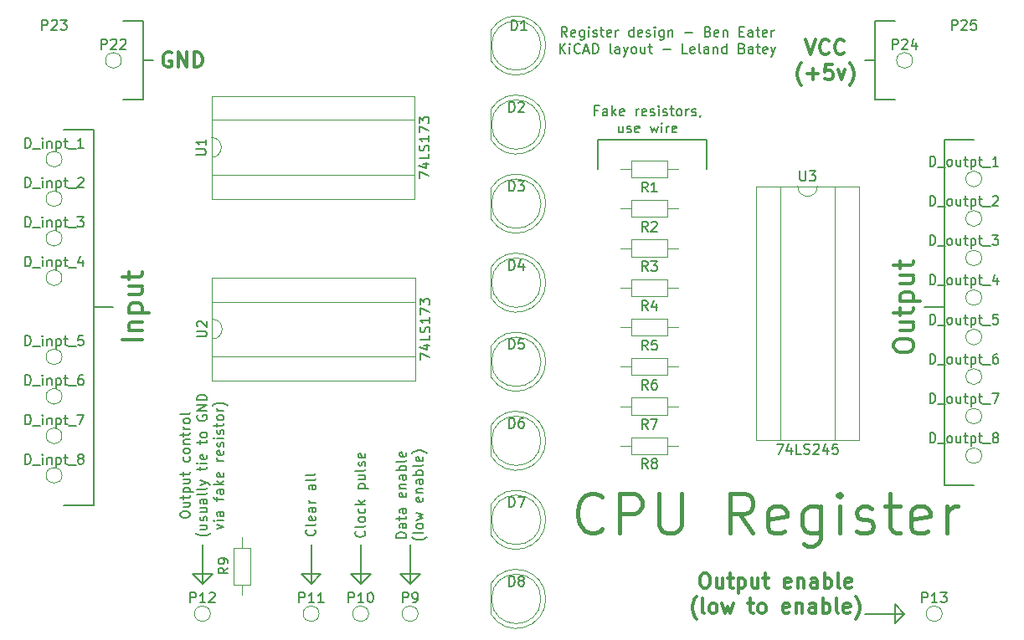
<source format=gbr>
G04 #@! TF.FileFunction,Legend,Top*
%FSLAX46Y46*%
G04 Gerber Fmt 4.6, Leading zero omitted, Abs format (unit mm)*
G04 Created by KiCad (PCBNEW 4.0.5-e0-6337~49~ubuntu16.04.1) date Sun Apr  9 14:57:13 2017*
%MOMM*%
%LPD*%
G01*
G04 APERTURE LIST*
%ADD10C,0.100000*%
%ADD11C,0.200000*%
%ADD12C,0.300000*%
%ADD13C,0.400000*%
%ADD14C,0.120000*%
%ADD15C,0.150000*%
G04 APERTURE END LIST*
D10*
D11*
X139000000Y-112000000D02*
X140000000Y-111000000D01*
X136000000Y-111000000D02*
X140000000Y-111000000D01*
X140000000Y-111000000D02*
X139000000Y-110000000D01*
X139000000Y-110000000D02*
X139000000Y-112000000D01*
D12*
X119678571Y-106903571D02*
X119964285Y-106903571D01*
X120107143Y-106975000D01*
X120250000Y-107117857D01*
X120321428Y-107403571D01*
X120321428Y-107903571D01*
X120250000Y-108189286D01*
X120107143Y-108332143D01*
X119964285Y-108403571D01*
X119678571Y-108403571D01*
X119535714Y-108332143D01*
X119392857Y-108189286D01*
X119321428Y-107903571D01*
X119321428Y-107403571D01*
X119392857Y-107117857D01*
X119535714Y-106975000D01*
X119678571Y-106903571D01*
X121607143Y-107403571D02*
X121607143Y-108403571D01*
X120964286Y-107403571D02*
X120964286Y-108189286D01*
X121035714Y-108332143D01*
X121178572Y-108403571D01*
X121392857Y-108403571D01*
X121535714Y-108332143D01*
X121607143Y-108260714D01*
X122107143Y-107403571D02*
X122678572Y-107403571D01*
X122321429Y-106903571D02*
X122321429Y-108189286D01*
X122392857Y-108332143D01*
X122535715Y-108403571D01*
X122678572Y-108403571D01*
X123178572Y-107403571D02*
X123178572Y-108903571D01*
X123178572Y-107475000D02*
X123321429Y-107403571D01*
X123607143Y-107403571D01*
X123750000Y-107475000D01*
X123821429Y-107546429D01*
X123892858Y-107689286D01*
X123892858Y-108117857D01*
X123821429Y-108260714D01*
X123750000Y-108332143D01*
X123607143Y-108403571D01*
X123321429Y-108403571D01*
X123178572Y-108332143D01*
X125178572Y-107403571D02*
X125178572Y-108403571D01*
X124535715Y-107403571D02*
X124535715Y-108189286D01*
X124607143Y-108332143D01*
X124750001Y-108403571D01*
X124964286Y-108403571D01*
X125107143Y-108332143D01*
X125178572Y-108260714D01*
X125678572Y-107403571D02*
X126250001Y-107403571D01*
X125892858Y-106903571D02*
X125892858Y-108189286D01*
X125964286Y-108332143D01*
X126107144Y-108403571D01*
X126250001Y-108403571D01*
X128464286Y-108332143D02*
X128321429Y-108403571D01*
X128035715Y-108403571D01*
X127892858Y-108332143D01*
X127821429Y-108189286D01*
X127821429Y-107617857D01*
X127892858Y-107475000D01*
X128035715Y-107403571D01*
X128321429Y-107403571D01*
X128464286Y-107475000D01*
X128535715Y-107617857D01*
X128535715Y-107760714D01*
X127821429Y-107903571D01*
X129178572Y-107403571D02*
X129178572Y-108403571D01*
X129178572Y-107546429D02*
X129250000Y-107475000D01*
X129392858Y-107403571D01*
X129607143Y-107403571D01*
X129750000Y-107475000D01*
X129821429Y-107617857D01*
X129821429Y-108403571D01*
X131178572Y-108403571D02*
X131178572Y-107617857D01*
X131107143Y-107475000D01*
X130964286Y-107403571D01*
X130678572Y-107403571D01*
X130535715Y-107475000D01*
X131178572Y-108332143D02*
X131035715Y-108403571D01*
X130678572Y-108403571D01*
X130535715Y-108332143D01*
X130464286Y-108189286D01*
X130464286Y-108046429D01*
X130535715Y-107903571D01*
X130678572Y-107832143D01*
X131035715Y-107832143D01*
X131178572Y-107760714D01*
X131892858Y-108403571D02*
X131892858Y-106903571D01*
X131892858Y-107475000D02*
X132035715Y-107403571D01*
X132321429Y-107403571D01*
X132464286Y-107475000D01*
X132535715Y-107546429D01*
X132607144Y-107689286D01*
X132607144Y-108117857D01*
X132535715Y-108260714D01*
X132464286Y-108332143D01*
X132321429Y-108403571D01*
X132035715Y-108403571D01*
X131892858Y-108332143D01*
X133464287Y-108403571D02*
X133321429Y-108332143D01*
X133250001Y-108189286D01*
X133250001Y-106903571D01*
X134607143Y-108332143D02*
X134464286Y-108403571D01*
X134178572Y-108403571D01*
X134035715Y-108332143D01*
X133964286Y-108189286D01*
X133964286Y-107617857D01*
X134035715Y-107475000D01*
X134178572Y-107403571D01*
X134464286Y-107403571D01*
X134607143Y-107475000D01*
X134678572Y-107617857D01*
X134678572Y-107760714D01*
X133964286Y-107903571D01*
X118964286Y-111525000D02*
X118892858Y-111453571D01*
X118750001Y-111239286D01*
X118678572Y-111096429D01*
X118607143Y-110882143D01*
X118535715Y-110525000D01*
X118535715Y-110239286D01*
X118607143Y-109882143D01*
X118678572Y-109667857D01*
X118750001Y-109525000D01*
X118892858Y-109310714D01*
X118964286Y-109239286D01*
X119750001Y-110953571D02*
X119607143Y-110882143D01*
X119535715Y-110739286D01*
X119535715Y-109453571D01*
X120535715Y-110953571D02*
X120392857Y-110882143D01*
X120321429Y-110810714D01*
X120250000Y-110667857D01*
X120250000Y-110239286D01*
X120321429Y-110096429D01*
X120392857Y-110025000D01*
X120535715Y-109953571D01*
X120750000Y-109953571D01*
X120892857Y-110025000D01*
X120964286Y-110096429D01*
X121035715Y-110239286D01*
X121035715Y-110667857D01*
X120964286Y-110810714D01*
X120892857Y-110882143D01*
X120750000Y-110953571D01*
X120535715Y-110953571D01*
X121535715Y-109953571D02*
X121821429Y-110953571D01*
X122107143Y-110239286D01*
X122392858Y-110953571D01*
X122678572Y-109953571D01*
X124178572Y-109953571D02*
X124750001Y-109953571D01*
X124392858Y-109453571D02*
X124392858Y-110739286D01*
X124464286Y-110882143D01*
X124607144Y-110953571D01*
X124750001Y-110953571D01*
X125464287Y-110953571D02*
X125321429Y-110882143D01*
X125250001Y-110810714D01*
X125178572Y-110667857D01*
X125178572Y-110239286D01*
X125250001Y-110096429D01*
X125321429Y-110025000D01*
X125464287Y-109953571D01*
X125678572Y-109953571D01*
X125821429Y-110025000D01*
X125892858Y-110096429D01*
X125964287Y-110239286D01*
X125964287Y-110667857D01*
X125892858Y-110810714D01*
X125821429Y-110882143D01*
X125678572Y-110953571D01*
X125464287Y-110953571D01*
X128321429Y-110882143D02*
X128178572Y-110953571D01*
X127892858Y-110953571D01*
X127750001Y-110882143D01*
X127678572Y-110739286D01*
X127678572Y-110167857D01*
X127750001Y-110025000D01*
X127892858Y-109953571D01*
X128178572Y-109953571D01*
X128321429Y-110025000D01*
X128392858Y-110167857D01*
X128392858Y-110310714D01*
X127678572Y-110453571D01*
X129035715Y-109953571D02*
X129035715Y-110953571D01*
X129035715Y-110096429D02*
X129107143Y-110025000D01*
X129250001Y-109953571D01*
X129464286Y-109953571D01*
X129607143Y-110025000D01*
X129678572Y-110167857D01*
X129678572Y-110953571D01*
X131035715Y-110953571D02*
X131035715Y-110167857D01*
X130964286Y-110025000D01*
X130821429Y-109953571D01*
X130535715Y-109953571D01*
X130392858Y-110025000D01*
X131035715Y-110882143D02*
X130892858Y-110953571D01*
X130535715Y-110953571D01*
X130392858Y-110882143D01*
X130321429Y-110739286D01*
X130321429Y-110596429D01*
X130392858Y-110453571D01*
X130535715Y-110382143D01*
X130892858Y-110382143D01*
X131035715Y-110310714D01*
X131750001Y-110953571D02*
X131750001Y-109453571D01*
X131750001Y-110025000D02*
X131892858Y-109953571D01*
X132178572Y-109953571D01*
X132321429Y-110025000D01*
X132392858Y-110096429D01*
X132464287Y-110239286D01*
X132464287Y-110667857D01*
X132392858Y-110810714D01*
X132321429Y-110882143D01*
X132178572Y-110953571D01*
X131892858Y-110953571D01*
X131750001Y-110882143D01*
X133321430Y-110953571D02*
X133178572Y-110882143D01*
X133107144Y-110739286D01*
X133107144Y-109453571D01*
X134464286Y-110882143D02*
X134321429Y-110953571D01*
X134035715Y-110953571D01*
X133892858Y-110882143D01*
X133821429Y-110739286D01*
X133821429Y-110167857D01*
X133892858Y-110025000D01*
X134035715Y-109953571D01*
X134321429Y-109953571D01*
X134464286Y-110025000D01*
X134535715Y-110167857D01*
X134535715Y-110310714D01*
X133821429Y-110453571D01*
X135035715Y-111525000D02*
X135107143Y-111453571D01*
X135250000Y-111239286D01*
X135321429Y-111096429D01*
X135392858Y-110882143D01*
X135464286Y-110525000D01*
X135464286Y-110239286D01*
X135392858Y-109882143D01*
X135321429Y-109667857D01*
X135250000Y-109525000D01*
X135107143Y-109310714D01*
X135035715Y-109239286D01*
D11*
X109000000Y-60078571D02*
X108666666Y-60078571D01*
X108666666Y-60602381D02*
X108666666Y-59602381D01*
X109142857Y-59602381D01*
X109952381Y-60602381D02*
X109952381Y-60078571D01*
X109904762Y-59983333D01*
X109809524Y-59935714D01*
X109619047Y-59935714D01*
X109523809Y-59983333D01*
X109952381Y-60554762D02*
X109857143Y-60602381D01*
X109619047Y-60602381D01*
X109523809Y-60554762D01*
X109476190Y-60459524D01*
X109476190Y-60364286D01*
X109523809Y-60269048D01*
X109619047Y-60221429D01*
X109857143Y-60221429D01*
X109952381Y-60173810D01*
X110428571Y-60602381D02*
X110428571Y-59602381D01*
X110523809Y-60221429D02*
X110809524Y-60602381D01*
X110809524Y-59935714D02*
X110428571Y-60316667D01*
X111619048Y-60554762D02*
X111523810Y-60602381D01*
X111333333Y-60602381D01*
X111238095Y-60554762D01*
X111190476Y-60459524D01*
X111190476Y-60078571D01*
X111238095Y-59983333D01*
X111333333Y-59935714D01*
X111523810Y-59935714D01*
X111619048Y-59983333D01*
X111666667Y-60078571D01*
X111666667Y-60173810D01*
X111190476Y-60269048D01*
X112857143Y-60602381D02*
X112857143Y-59935714D01*
X112857143Y-60126190D02*
X112904762Y-60030952D01*
X112952381Y-59983333D01*
X113047619Y-59935714D01*
X113142858Y-59935714D01*
X113857144Y-60554762D02*
X113761906Y-60602381D01*
X113571429Y-60602381D01*
X113476191Y-60554762D01*
X113428572Y-60459524D01*
X113428572Y-60078571D01*
X113476191Y-59983333D01*
X113571429Y-59935714D01*
X113761906Y-59935714D01*
X113857144Y-59983333D01*
X113904763Y-60078571D01*
X113904763Y-60173810D01*
X113428572Y-60269048D01*
X114285715Y-60554762D02*
X114380953Y-60602381D01*
X114571429Y-60602381D01*
X114666668Y-60554762D01*
X114714287Y-60459524D01*
X114714287Y-60411905D01*
X114666668Y-60316667D01*
X114571429Y-60269048D01*
X114428572Y-60269048D01*
X114333334Y-60221429D01*
X114285715Y-60126190D01*
X114285715Y-60078571D01*
X114333334Y-59983333D01*
X114428572Y-59935714D01*
X114571429Y-59935714D01*
X114666668Y-59983333D01*
X115142858Y-60602381D02*
X115142858Y-59935714D01*
X115142858Y-59602381D02*
X115095239Y-59650000D01*
X115142858Y-59697619D01*
X115190477Y-59650000D01*
X115142858Y-59602381D01*
X115142858Y-59697619D01*
X115571429Y-60554762D02*
X115666667Y-60602381D01*
X115857143Y-60602381D01*
X115952382Y-60554762D01*
X116000001Y-60459524D01*
X116000001Y-60411905D01*
X115952382Y-60316667D01*
X115857143Y-60269048D01*
X115714286Y-60269048D01*
X115619048Y-60221429D01*
X115571429Y-60126190D01*
X115571429Y-60078571D01*
X115619048Y-59983333D01*
X115714286Y-59935714D01*
X115857143Y-59935714D01*
X115952382Y-59983333D01*
X116285715Y-59935714D02*
X116666667Y-59935714D01*
X116428572Y-59602381D02*
X116428572Y-60459524D01*
X116476191Y-60554762D01*
X116571429Y-60602381D01*
X116666667Y-60602381D01*
X117142858Y-60602381D02*
X117047620Y-60554762D01*
X117000001Y-60507143D01*
X116952382Y-60411905D01*
X116952382Y-60126190D01*
X117000001Y-60030952D01*
X117047620Y-59983333D01*
X117142858Y-59935714D01*
X117285716Y-59935714D01*
X117380954Y-59983333D01*
X117428573Y-60030952D01*
X117476192Y-60126190D01*
X117476192Y-60411905D01*
X117428573Y-60507143D01*
X117380954Y-60554762D01*
X117285716Y-60602381D01*
X117142858Y-60602381D01*
X117904763Y-60602381D02*
X117904763Y-59935714D01*
X117904763Y-60126190D02*
X117952382Y-60030952D01*
X118000001Y-59983333D01*
X118095239Y-59935714D01*
X118190478Y-59935714D01*
X118476192Y-60554762D02*
X118571430Y-60602381D01*
X118761906Y-60602381D01*
X118857145Y-60554762D01*
X118904764Y-60459524D01*
X118904764Y-60411905D01*
X118857145Y-60316667D01*
X118761906Y-60269048D01*
X118619049Y-60269048D01*
X118523811Y-60221429D01*
X118476192Y-60126190D01*
X118476192Y-60078571D01*
X118523811Y-59983333D01*
X118619049Y-59935714D01*
X118761906Y-59935714D01*
X118857145Y-59983333D01*
X119380954Y-60554762D02*
X119380954Y-60602381D01*
X119333335Y-60697619D01*
X119285716Y-60745238D01*
X111500000Y-61635714D02*
X111500000Y-62302381D01*
X111071428Y-61635714D02*
X111071428Y-62159524D01*
X111119047Y-62254762D01*
X111214285Y-62302381D01*
X111357143Y-62302381D01*
X111452381Y-62254762D01*
X111500000Y-62207143D01*
X111928571Y-62254762D02*
X112023809Y-62302381D01*
X112214285Y-62302381D01*
X112309524Y-62254762D01*
X112357143Y-62159524D01*
X112357143Y-62111905D01*
X112309524Y-62016667D01*
X112214285Y-61969048D01*
X112071428Y-61969048D01*
X111976190Y-61921429D01*
X111928571Y-61826190D01*
X111928571Y-61778571D01*
X111976190Y-61683333D01*
X112071428Y-61635714D01*
X112214285Y-61635714D01*
X112309524Y-61683333D01*
X113166667Y-62254762D02*
X113071429Y-62302381D01*
X112880952Y-62302381D01*
X112785714Y-62254762D01*
X112738095Y-62159524D01*
X112738095Y-61778571D01*
X112785714Y-61683333D01*
X112880952Y-61635714D01*
X113071429Y-61635714D01*
X113166667Y-61683333D01*
X113214286Y-61778571D01*
X113214286Y-61873810D01*
X112738095Y-61969048D01*
X114309524Y-61635714D02*
X114500000Y-62302381D01*
X114690477Y-61826190D01*
X114880953Y-62302381D01*
X115071429Y-61635714D01*
X115452381Y-62302381D02*
X115452381Y-61635714D01*
X115452381Y-61302381D02*
X115404762Y-61350000D01*
X115452381Y-61397619D01*
X115500000Y-61350000D01*
X115452381Y-61302381D01*
X115452381Y-61397619D01*
X115928571Y-62302381D02*
X115928571Y-61635714D01*
X115928571Y-61826190D02*
X115976190Y-61730952D01*
X116023809Y-61683333D01*
X116119047Y-61635714D01*
X116214286Y-61635714D01*
X116928572Y-62254762D02*
X116833334Y-62302381D01*
X116642857Y-62302381D01*
X116547619Y-62254762D01*
X116500000Y-62159524D01*
X116500000Y-61778571D01*
X116547619Y-61683333D01*
X116642857Y-61635714D01*
X116833334Y-61635714D01*
X116928572Y-61683333D01*
X116976191Y-61778571D01*
X116976191Y-61873810D01*
X116500000Y-61969048D01*
X120000000Y-63000000D02*
X120000000Y-66000000D01*
X119000000Y-63000000D02*
X120000000Y-63000000D01*
X109000000Y-63000000D02*
X119000000Y-63000000D01*
X109000000Y-66000000D02*
X109000000Y-63000000D01*
D13*
X109428572Y-102428571D02*
X109238096Y-102619048D01*
X108666667Y-102809524D01*
X108285715Y-102809524D01*
X107714287Y-102619048D01*
X107333334Y-102238095D01*
X107142858Y-101857143D01*
X106952382Y-101095238D01*
X106952382Y-100523810D01*
X107142858Y-99761905D01*
X107333334Y-99380952D01*
X107714287Y-99000000D01*
X108285715Y-98809524D01*
X108666667Y-98809524D01*
X109238096Y-99000000D01*
X109428572Y-99190476D01*
X111142858Y-102809524D02*
X111142858Y-98809524D01*
X112666667Y-98809524D01*
X113047620Y-99000000D01*
X113238096Y-99190476D01*
X113428572Y-99571429D01*
X113428572Y-100142857D01*
X113238096Y-100523810D01*
X113047620Y-100714286D01*
X112666667Y-100904762D01*
X111142858Y-100904762D01*
X115142858Y-98809524D02*
X115142858Y-102047619D01*
X115333334Y-102428571D01*
X115523810Y-102619048D01*
X115904763Y-102809524D01*
X116666667Y-102809524D01*
X117047620Y-102619048D01*
X117238096Y-102428571D01*
X117428572Y-102047619D01*
X117428572Y-98809524D01*
X124666667Y-102809524D02*
X123333334Y-100904762D01*
X122380953Y-102809524D02*
X122380953Y-98809524D01*
X123904762Y-98809524D01*
X124285715Y-99000000D01*
X124476191Y-99190476D01*
X124666667Y-99571429D01*
X124666667Y-100142857D01*
X124476191Y-100523810D01*
X124285715Y-100714286D01*
X123904762Y-100904762D01*
X122380953Y-100904762D01*
X127904762Y-102619048D02*
X127523810Y-102809524D01*
X126761905Y-102809524D01*
X126380953Y-102619048D01*
X126190477Y-102238095D01*
X126190477Y-100714286D01*
X126380953Y-100333333D01*
X126761905Y-100142857D01*
X127523810Y-100142857D01*
X127904762Y-100333333D01*
X128095239Y-100714286D01*
X128095239Y-101095238D01*
X126190477Y-101476190D01*
X131523810Y-100142857D02*
X131523810Y-103380952D01*
X131333333Y-103761905D01*
X131142857Y-103952381D01*
X130761905Y-104142857D01*
X130190476Y-104142857D01*
X129809524Y-103952381D01*
X131523810Y-102619048D02*
X131142857Y-102809524D01*
X130380953Y-102809524D01*
X130000000Y-102619048D01*
X129809524Y-102428571D01*
X129619048Y-102047619D01*
X129619048Y-100904762D01*
X129809524Y-100523810D01*
X130000000Y-100333333D01*
X130380953Y-100142857D01*
X131142857Y-100142857D01*
X131523810Y-100333333D01*
X133428572Y-102809524D02*
X133428572Y-100142857D01*
X133428572Y-98809524D02*
X133238096Y-99000000D01*
X133428572Y-99190476D01*
X133619048Y-99000000D01*
X133428572Y-98809524D01*
X133428572Y-99190476D01*
X135142858Y-102619048D02*
X135523810Y-102809524D01*
X136285715Y-102809524D01*
X136666667Y-102619048D01*
X136857143Y-102238095D01*
X136857143Y-102047619D01*
X136666667Y-101666667D01*
X136285715Y-101476190D01*
X135714286Y-101476190D01*
X135333334Y-101285714D01*
X135142858Y-100904762D01*
X135142858Y-100714286D01*
X135333334Y-100333333D01*
X135714286Y-100142857D01*
X136285715Y-100142857D01*
X136666667Y-100333333D01*
X138000000Y-100142857D02*
X139523810Y-100142857D01*
X138571429Y-98809524D02*
X138571429Y-102238095D01*
X138761905Y-102619048D01*
X139142858Y-102809524D01*
X139523810Y-102809524D01*
X142380952Y-102619048D02*
X142000000Y-102809524D01*
X141238095Y-102809524D01*
X140857143Y-102619048D01*
X140666667Y-102238095D01*
X140666667Y-100714286D01*
X140857143Y-100333333D01*
X141238095Y-100142857D01*
X142000000Y-100142857D01*
X142380952Y-100333333D01*
X142571429Y-100714286D01*
X142571429Y-101095238D01*
X140666667Y-101476190D01*
X144285714Y-102809524D02*
X144285714Y-100142857D01*
X144285714Y-100904762D02*
X144476190Y-100523810D01*
X144666666Y-100333333D01*
X145047619Y-100142857D01*
X145428571Y-100142857D01*
D11*
X105880951Y-52602381D02*
X105547617Y-52126190D01*
X105309522Y-52602381D02*
X105309522Y-51602381D01*
X105690475Y-51602381D01*
X105785713Y-51650000D01*
X105833332Y-51697619D01*
X105880951Y-51792857D01*
X105880951Y-51935714D01*
X105833332Y-52030952D01*
X105785713Y-52078571D01*
X105690475Y-52126190D01*
X105309522Y-52126190D01*
X106690475Y-52554762D02*
X106595237Y-52602381D01*
X106404760Y-52602381D01*
X106309522Y-52554762D01*
X106261903Y-52459524D01*
X106261903Y-52078571D01*
X106309522Y-51983333D01*
X106404760Y-51935714D01*
X106595237Y-51935714D01*
X106690475Y-51983333D01*
X106738094Y-52078571D01*
X106738094Y-52173810D01*
X106261903Y-52269048D01*
X107595237Y-51935714D02*
X107595237Y-52745238D01*
X107547618Y-52840476D01*
X107499999Y-52888095D01*
X107404760Y-52935714D01*
X107261903Y-52935714D01*
X107166665Y-52888095D01*
X107595237Y-52554762D02*
X107499999Y-52602381D01*
X107309522Y-52602381D01*
X107214284Y-52554762D01*
X107166665Y-52507143D01*
X107119046Y-52411905D01*
X107119046Y-52126190D01*
X107166665Y-52030952D01*
X107214284Y-51983333D01*
X107309522Y-51935714D01*
X107499999Y-51935714D01*
X107595237Y-51983333D01*
X108071427Y-52602381D02*
X108071427Y-51935714D01*
X108071427Y-51602381D02*
X108023808Y-51650000D01*
X108071427Y-51697619D01*
X108119046Y-51650000D01*
X108071427Y-51602381D01*
X108071427Y-51697619D01*
X108499998Y-52554762D02*
X108595236Y-52602381D01*
X108785712Y-52602381D01*
X108880951Y-52554762D01*
X108928570Y-52459524D01*
X108928570Y-52411905D01*
X108880951Y-52316667D01*
X108785712Y-52269048D01*
X108642855Y-52269048D01*
X108547617Y-52221429D01*
X108499998Y-52126190D01*
X108499998Y-52078571D01*
X108547617Y-51983333D01*
X108642855Y-51935714D01*
X108785712Y-51935714D01*
X108880951Y-51983333D01*
X109214284Y-51935714D02*
X109595236Y-51935714D01*
X109357141Y-51602381D02*
X109357141Y-52459524D01*
X109404760Y-52554762D01*
X109499998Y-52602381D01*
X109595236Y-52602381D01*
X110309523Y-52554762D02*
X110214285Y-52602381D01*
X110023808Y-52602381D01*
X109928570Y-52554762D01*
X109880951Y-52459524D01*
X109880951Y-52078571D01*
X109928570Y-51983333D01*
X110023808Y-51935714D01*
X110214285Y-51935714D01*
X110309523Y-51983333D01*
X110357142Y-52078571D01*
X110357142Y-52173810D01*
X109880951Y-52269048D01*
X110785713Y-52602381D02*
X110785713Y-51935714D01*
X110785713Y-52126190D02*
X110833332Y-52030952D01*
X110880951Y-51983333D01*
X110976189Y-51935714D01*
X111071428Y-51935714D01*
X112595238Y-52602381D02*
X112595238Y-51602381D01*
X112595238Y-52554762D02*
X112500000Y-52602381D01*
X112309523Y-52602381D01*
X112214285Y-52554762D01*
X112166666Y-52507143D01*
X112119047Y-52411905D01*
X112119047Y-52126190D01*
X112166666Y-52030952D01*
X112214285Y-51983333D01*
X112309523Y-51935714D01*
X112500000Y-51935714D01*
X112595238Y-51983333D01*
X113452381Y-52554762D02*
X113357143Y-52602381D01*
X113166666Y-52602381D01*
X113071428Y-52554762D01*
X113023809Y-52459524D01*
X113023809Y-52078571D01*
X113071428Y-51983333D01*
X113166666Y-51935714D01*
X113357143Y-51935714D01*
X113452381Y-51983333D01*
X113500000Y-52078571D01*
X113500000Y-52173810D01*
X113023809Y-52269048D01*
X113880952Y-52554762D02*
X113976190Y-52602381D01*
X114166666Y-52602381D01*
X114261905Y-52554762D01*
X114309524Y-52459524D01*
X114309524Y-52411905D01*
X114261905Y-52316667D01*
X114166666Y-52269048D01*
X114023809Y-52269048D01*
X113928571Y-52221429D01*
X113880952Y-52126190D01*
X113880952Y-52078571D01*
X113928571Y-51983333D01*
X114023809Y-51935714D01*
X114166666Y-51935714D01*
X114261905Y-51983333D01*
X114738095Y-52602381D02*
X114738095Y-51935714D01*
X114738095Y-51602381D02*
X114690476Y-51650000D01*
X114738095Y-51697619D01*
X114785714Y-51650000D01*
X114738095Y-51602381D01*
X114738095Y-51697619D01*
X115642857Y-51935714D02*
X115642857Y-52745238D01*
X115595238Y-52840476D01*
X115547619Y-52888095D01*
X115452380Y-52935714D01*
X115309523Y-52935714D01*
X115214285Y-52888095D01*
X115642857Y-52554762D02*
X115547619Y-52602381D01*
X115357142Y-52602381D01*
X115261904Y-52554762D01*
X115214285Y-52507143D01*
X115166666Y-52411905D01*
X115166666Y-52126190D01*
X115214285Y-52030952D01*
X115261904Y-51983333D01*
X115357142Y-51935714D01*
X115547619Y-51935714D01*
X115642857Y-51983333D01*
X116119047Y-51935714D02*
X116119047Y-52602381D01*
X116119047Y-52030952D02*
X116166666Y-51983333D01*
X116261904Y-51935714D01*
X116404762Y-51935714D01*
X116500000Y-51983333D01*
X116547619Y-52078571D01*
X116547619Y-52602381D01*
X117785714Y-52221429D02*
X118547619Y-52221429D01*
X120119048Y-52078571D02*
X120261905Y-52126190D01*
X120309524Y-52173810D01*
X120357143Y-52269048D01*
X120357143Y-52411905D01*
X120309524Y-52507143D01*
X120261905Y-52554762D01*
X120166667Y-52602381D01*
X119785714Y-52602381D01*
X119785714Y-51602381D01*
X120119048Y-51602381D01*
X120214286Y-51650000D01*
X120261905Y-51697619D01*
X120309524Y-51792857D01*
X120309524Y-51888095D01*
X120261905Y-51983333D01*
X120214286Y-52030952D01*
X120119048Y-52078571D01*
X119785714Y-52078571D01*
X121166667Y-52554762D02*
X121071429Y-52602381D01*
X120880952Y-52602381D01*
X120785714Y-52554762D01*
X120738095Y-52459524D01*
X120738095Y-52078571D01*
X120785714Y-51983333D01*
X120880952Y-51935714D01*
X121071429Y-51935714D01*
X121166667Y-51983333D01*
X121214286Y-52078571D01*
X121214286Y-52173810D01*
X120738095Y-52269048D01*
X121642857Y-51935714D02*
X121642857Y-52602381D01*
X121642857Y-52030952D02*
X121690476Y-51983333D01*
X121785714Y-51935714D01*
X121928572Y-51935714D01*
X122023810Y-51983333D01*
X122071429Y-52078571D01*
X122071429Y-52602381D01*
X123309524Y-52078571D02*
X123642858Y-52078571D01*
X123785715Y-52602381D02*
X123309524Y-52602381D01*
X123309524Y-51602381D01*
X123785715Y-51602381D01*
X124642858Y-52602381D02*
X124642858Y-52078571D01*
X124595239Y-51983333D01*
X124500001Y-51935714D01*
X124309524Y-51935714D01*
X124214286Y-51983333D01*
X124642858Y-52554762D02*
X124547620Y-52602381D01*
X124309524Y-52602381D01*
X124214286Y-52554762D01*
X124166667Y-52459524D01*
X124166667Y-52364286D01*
X124214286Y-52269048D01*
X124309524Y-52221429D01*
X124547620Y-52221429D01*
X124642858Y-52173810D01*
X124976191Y-51935714D02*
X125357143Y-51935714D01*
X125119048Y-51602381D02*
X125119048Y-52459524D01*
X125166667Y-52554762D01*
X125261905Y-52602381D01*
X125357143Y-52602381D01*
X126071430Y-52554762D02*
X125976192Y-52602381D01*
X125785715Y-52602381D01*
X125690477Y-52554762D01*
X125642858Y-52459524D01*
X125642858Y-52078571D01*
X125690477Y-51983333D01*
X125785715Y-51935714D01*
X125976192Y-51935714D01*
X126071430Y-51983333D01*
X126119049Y-52078571D01*
X126119049Y-52173810D01*
X125642858Y-52269048D01*
X126547620Y-52602381D02*
X126547620Y-51935714D01*
X126547620Y-52126190D02*
X126595239Y-52030952D01*
X126642858Y-51983333D01*
X126738096Y-51935714D01*
X126833335Y-51935714D01*
X105142855Y-54302381D02*
X105142855Y-53302381D01*
X105714284Y-54302381D02*
X105285712Y-53730952D01*
X105714284Y-53302381D02*
X105142855Y-53873810D01*
X106142855Y-54302381D02*
X106142855Y-53635714D01*
X106142855Y-53302381D02*
X106095236Y-53350000D01*
X106142855Y-53397619D01*
X106190474Y-53350000D01*
X106142855Y-53302381D01*
X106142855Y-53397619D01*
X107190474Y-54207143D02*
X107142855Y-54254762D01*
X106999998Y-54302381D01*
X106904760Y-54302381D01*
X106761902Y-54254762D01*
X106666664Y-54159524D01*
X106619045Y-54064286D01*
X106571426Y-53873810D01*
X106571426Y-53730952D01*
X106619045Y-53540476D01*
X106666664Y-53445238D01*
X106761902Y-53350000D01*
X106904760Y-53302381D01*
X106999998Y-53302381D01*
X107142855Y-53350000D01*
X107190474Y-53397619D01*
X107571426Y-54016667D02*
X108047617Y-54016667D01*
X107476188Y-54302381D02*
X107809521Y-53302381D01*
X108142855Y-54302381D01*
X108476188Y-54302381D02*
X108476188Y-53302381D01*
X108714283Y-53302381D01*
X108857141Y-53350000D01*
X108952379Y-53445238D01*
X108999998Y-53540476D01*
X109047617Y-53730952D01*
X109047617Y-53873810D01*
X108999998Y-54064286D01*
X108952379Y-54159524D01*
X108857141Y-54254762D01*
X108714283Y-54302381D01*
X108476188Y-54302381D01*
X110380950Y-54302381D02*
X110285712Y-54254762D01*
X110238093Y-54159524D01*
X110238093Y-53302381D01*
X111190475Y-54302381D02*
X111190475Y-53778571D01*
X111142856Y-53683333D01*
X111047618Y-53635714D01*
X110857141Y-53635714D01*
X110761903Y-53683333D01*
X111190475Y-54254762D02*
X111095237Y-54302381D01*
X110857141Y-54302381D01*
X110761903Y-54254762D01*
X110714284Y-54159524D01*
X110714284Y-54064286D01*
X110761903Y-53969048D01*
X110857141Y-53921429D01*
X111095237Y-53921429D01*
X111190475Y-53873810D01*
X111571427Y-53635714D02*
X111809522Y-54302381D01*
X112047618Y-53635714D02*
X111809522Y-54302381D01*
X111714284Y-54540476D01*
X111666665Y-54588095D01*
X111571427Y-54635714D01*
X112571427Y-54302381D02*
X112476189Y-54254762D01*
X112428570Y-54207143D01*
X112380951Y-54111905D01*
X112380951Y-53826190D01*
X112428570Y-53730952D01*
X112476189Y-53683333D01*
X112571427Y-53635714D01*
X112714285Y-53635714D01*
X112809523Y-53683333D01*
X112857142Y-53730952D01*
X112904761Y-53826190D01*
X112904761Y-54111905D01*
X112857142Y-54207143D01*
X112809523Y-54254762D01*
X112714285Y-54302381D01*
X112571427Y-54302381D01*
X113761904Y-53635714D02*
X113761904Y-54302381D01*
X113333332Y-53635714D02*
X113333332Y-54159524D01*
X113380951Y-54254762D01*
X113476189Y-54302381D01*
X113619047Y-54302381D01*
X113714285Y-54254762D01*
X113761904Y-54207143D01*
X114095237Y-53635714D02*
X114476189Y-53635714D01*
X114238094Y-53302381D02*
X114238094Y-54159524D01*
X114285713Y-54254762D01*
X114380951Y-54302381D01*
X114476189Y-54302381D01*
X115571428Y-53921429D02*
X116333333Y-53921429D01*
X118047619Y-54302381D02*
X117571428Y-54302381D01*
X117571428Y-53302381D01*
X118761905Y-54254762D02*
X118666667Y-54302381D01*
X118476190Y-54302381D01*
X118380952Y-54254762D01*
X118333333Y-54159524D01*
X118333333Y-53778571D01*
X118380952Y-53683333D01*
X118476190Y-53635714D01*
X118666667Y-53635714D01*
X118761905Y-53683333D01*
X118809524Y-53778571D01*
X118809524Y-53873810D01*
X118333333Y-53969048D01*
X119380952Y-54302381D02*
X119285714Y-54254762D01*
X119238095Y-54159524D01*
X119238095Y-53302381D01*
X120190477Y-54302381D02*
X120190477Y-53778571D01*
X120142858Y-53683333D01*
X120047620Y-53635714D01*
X119857143Y-53635714D01*
X119761905Y-53683333D01*
X120190477Y-54254762D02*
X120095239Y-54302381D01*
X119857143Y-54302381D01*
X119761905Y-54254762D01*
X119714286Y-54159524D01*
X119714286Y-54064286D01*
X119761905Y-53969048D01*
X119857143Y-53921429D01*
X120095239Y-53921429D01*
X120190477Y-53873810D01*
X120666667Y-53635714D02*
X120666667Y-54302381D01*
X120666667Y-53730952D02*
X120714286Y-53683333D01*
X120809524Y-53635714D01*
X120952382Y-53635714D01*
X121047620Y-53683333D01*
X121095239Y-53778571D01*
X121095239Y-54302381D01*
X122000001Y-54302381D02*
X122000001Y-53302381D01*
X122000001Y-54254762D02*
X121904763Y-54302381D01*
X121714286Y-54302381D01*
X121619048Y-54254762D01*
X121571429Y-54207143D01*
X121523810Y-54111905D01*
X121523810Y-53826190D01*
X121571429Y-53730952D01*
X121619048Y-53683333D01*
X121714286Y-53635714D01*
X121904763Y-53635714D01*
X122000001Y-53683333D01*
X123571430Y-53778571D02*
X123714287Y-53826190D01*
X123761906Y-53873810D01*
X123809525Y-53969048D01*
X123809525Y-54111905D01*
X123761906Y-54207143D01*
X123714287Y-54254762D01*
X123619049Y-54302381D01*
X123238096Y-54302381D01*
X123238096Y-53302381D01*
X123571430Y-53302381D01*
X123666668Y-53350000D01*
X123714287Y-53397619D01*
X123761906Y-53492857D01*
X123761906Y-53588095D01*
X123714287Y-53683333D01*
X123666668Y-53730952D01*
X123571430Y-53778571D01*
X123238096Y-53778571D01*
X124666668Y-54302381D02*
X124666668Y-53778571D01*
X124619049Y-53683333D01*
X124523811Y-53635714D01*
X124333334Y-53635714D01*
X124238096Y-53683333D01*
X124666668Y-54254762D02*
X124571430Y-54302381D01*
X124333334Y-54302381D01*
X124238096Y-54254762D01*
X124190477Y-54159524D01*
X124190477Y-54064286D01*
X124238096Y-53969048D01*
X124333334Y-53921429D01*
X124571430Y-53921429D01*
X124666668Y-53873810D01*
X125000001Y-53635714D02*
X125380953Y-53635714D01*
X125142858Y-53302381D02*
X125142858Y-54159524D01*
X125190477Y-54254762D01*
X125285715Y-54302381D01*
X125380953Y-54302381D01*
X126095240Y-54254762D02*
X126000002Y-54302381D01*
X125809525Y-54302381D01*
X125714287Y-54254762D01*
X125666668Y-54159524D01*
X125666668Y-53778571D01*
X125714287Y-53683333D01*
X125809525Y-53635714D01*
X126000002Y-53635714D01*
X126095240Y-53683333D01*
X126142859Y-53778571D01*
X126142859Y-53873810D01*
X125666668Y-53969048D01*
X126476192Y-53635714D02*
X126714287Y-54302381D01*
X126952383Y-53635714D02*
X126714287Y-54302381D01*
X126619049Y-54540476D01*
X126571430Y-54588095D01*
X126476192Y-54635714D01*
D12*
X138904762Y-84047619D02*
X138904762Y-83666667D01*
X139000000Y-83476191D01*
X139190476Y-83285714D01*
X139571429Y-83190476D01*
X140238095Y-83190476D01*
X140619048Y-83285714D01*
X140809524Y-83476191D01*
X140904762Y-83666667D01*
X140904762Y-84047619D01*
X140809524Y-84238095D01*
X140619048Y-84428572D01*
X140238095Y-84523810D01*
X139571429Y-84523810D01*
X139190476Y-84428572D01*
X139000000Y-84238095D01*
X138904762Y-84047619D01*
X139571429Y-81476191D02*
X140904762Y-81476191D01*
X139571429Y-82333334D02*
X140619048Y-82333334D01*
X140809524Y-82238095D01*
X140904762Y-82047619D01*
X140904762Y-81761905D01*
X140809524Y-81571429D01*
X140714286Y-81476191D01*
X139571429Y-80809524D02*
X139571429Y-80047619D01*
X138904762Y-80523810D02*
X140619048Y-80523810D01*
X140809524Y-80428571D01*
X140904762Y-80238095D01*
X140904762Y-80047619D01*
X139571429Y-79380953D02*
X141571429Y-79380953D01*
X139666667Y-79380953D02*
X139571429Y-79190476D01*
X139571429Y-78809524D01*
X139666667Y-78619048D01*
X139761905Y-78523810D01*
X139952381Y-78428572D01*
X140523810Y-78428572D01*
X140714286Y-78523810D01*
X140809524Y-78619048D01*
X140904762Y-78809524D01*
X140904762Y-79190476D01*
X140809524Y-79380953D01*
X139571429Y-76714286D02*
X140904762Y-76714286D01*
X139571429Y-77571429D02*
X140619048Y-77571429D01*
X140809524Y-77476190D01*
X140904762Y-77285714D01*
X140904762Y-77000000D01*
X140809524Y-76809524D01*
X140714286Y-76714286D01*
X139571429Y-76047619D02*
X139571429Y-75285714D01*
X138904762Y-75761905D02*
X140619048Y-75761905D01*
X140809524Y-75666666D01*
X140904762Y-75476190D01*
X140904762Y-75285714D01*
D11*
X144000000Y-80000000D02*
X142000000Y-80000000D01*
X144000000Y-98000000D02*
X147000000Y-98000000D01*
X144000000Y-63000000D02*
X144000000Y-98000000D01*
X147000000Y-63000000D02*
X144000000Y-63000000D01*
D12*
X62904762Y-83285715D02*
X60904762Y-83285715D01*
X61571429Y-82333334D02*
X62904762Y-82333334D01*
X61761905Y-82333334D02*
X61666667Y-82238095D01*
X61571429Y-82047619D01*
X61571429Y-81761905D01*
X61666667Y-81571429D01*
X61857143Y-81476191D01*
X62904762Y-81476191D01*
X61571429Y-80523810D02*
X63571429Y-80523810D01*
X61666667Y-80523810D02*
X61571429Y-80333333D01*
X61571429Y-79952381D01*
X61666667Y-79761905D01*
X61761905Y-79666667D01*
X61952381Y-79571429D01*
X62523810Y-79571429D01*
X62714286Y-79666667D01*
X62809524Y-79761905D01*
X62904762Y-79952381D01*
X62904762Y-80333333D01*
X62809524Y-80523810D01*
X61571429Y-77857143D02*
X62904762Y-77857143D01*
X61571429Y-78714286D02*
X62619048Y-78714286D01*
X62809524Y-78619047D01*
X62904762Y-78428571D01*
X62904762Y-78142857D01*
X62809524Y-77952381D01*
X62714286Y-77857143D01*
X61571429Y-77190476D02*
X61571429Y-76428571D01*
X60904762Y-76904762D02*
X62619048Y-76904762D01*
X62809524Y-76809523D01*
X62904762Y-76619047D01*
X62904762Y-76428571D01*
D11*
X58000000Y-80000000D02*
X60000000Y-80000000D01*
X58000000Y-100000000D02*
X55000000Y-100000000D01*
X58000000Y-62000000D02*
X58000000Y-100000000D01*
X55000000Y-62000000D02*
X58000000Y-62000000D01*
X66752381Y-101047621D02*
X66752381Y-100857144D01*
X66800000Y-100761906D01*
X66895238Y-100666668D01*
X67085714Y-100619049D01*
X67419048Y-100619049D01*
X67609524Y-100666668D01*
X67704762Y-100761906D01*
X67752381Y-100857144D01*
X67752381Y-101047621D01*
X67704762Y-101142859D01*
X67609524Y-101238097D01*
X67419048Y-101285716D01*
X67085714Y-101285716D01*
X66895238Y-101238097D01*
X66800000Y-101142859D01*
X66752381Y-101047621D01*
X67085714Y-99761906D02*
X67752381Y-99761906D01*
X67085714Y-100190478D02*
X67609524Y-100190478D01*
X67704762Y-100142859D01*
X67752381Y-100047621D01*
X67752381Y-99904763D01*
X67704762Y-99809525D01*
X67657143Y-99761906D01*
X67085714Y-99428573D02*
X67085714Y-99047621D01*
X66752381Y-99285716D02*
X67609524Y-99285716D01*
X67704762Y-99238097D01*
X67752381Y-99142859D01*
X67752381Y-99047621D01*
X67085714Y-98714287D02*
X68085714Y-98714287D01*
X67133333Y-98714287D02*
X67085714Y-98619049D01*
X67085714Y-98428572D01*
X67133333Y-98333334D01*
X67180952Y-98285715D01*
X67276190Y-98238096D01*
X67561905Y-98238096D01*
X67657143Y-98285715D01*
X67704762Y-98333334D01*
X67752381Y-98428572D01*
X67752381Y-98619049D01*
X67704762Y-98714287D01*
X67085714Y-97380953D02*
X67752381Y-97380953D01*
X67085714Y-97809525D02*
X67609524Y-97809525D01*
X67704762Y-97761906D01*
X67752381Y-97666668D01*
X67752381Y-97523810D01*
X67704762Y-97428572D01*
X67657143Y-97380953D01*
X67085714Y-97047620D02*
X67085714Y-96666668D01*
X66752381Y-96904763D02*
X67609524Y-96904763D01*
X67704762Y-96857144D01*
X67752381Y-96761906D01*
X67752381Y-96666668D01*
X67704762Y-95142857D02*
X67752381Y-95238095D01*
X67752381Y-95428572D01*
X67704762Y-95523810D01*
X67657143Y-95571429D01*
X67561905Y-95619048D01*
X67276190Y-95619048D01*
X67180952Y-95571429D01*
X67133333Y-95523810D01*
X67085714Y-95428572D01*
X67085714Y-95238095D01*
X67133333Y-95142857D01*
X67752381Y-94571429D02*
X67704762Y-94666667D01*
X67657143Y-94714286D01*
X67561905Y-94761905D01*
X67276190Y-94761905D01*
X67180952Y-94714286D01*
X67133333Y-94666667D01*
X67085714Y-94571429D01*
X67085714Y-94428571D01*
X67133333Y-94333333D01*
X67180952Y-94285714D01*
X67276190Y-94238095D01*
X67561905Y-94238095D01*
X67657143Y-94285714D01*
X67704762Y-94333333D01*
X67752381Y-94428571D01*
X67752381Y-94571429D01*
X67085714Y-93809524D02*
X67752381Y-93809524D01*
X67180952Y-93809524D02*
X67133333Y-93761905D01*
X67085714Y-93666667D01*
X67085714Y-93523809D01*
X67133333Y-93428571D01*
X67228571Y-93380952D01*
X67752381Y-93380952D01*
X67085714Y-93047619D02*
X67085714Y-92666667D01*
X66752381Y-92904762D02*
X67609524Y-92904762D01*
X67704762Y-92857143D01*
X67752381Y-92761905D01*
X67752381Y-92666667D01*
X67752381Y-92333333D02*
X67085714Y-92333333D01*
X67276190Y-92333333D02*
X67180952Y-92285714D01*
X67133333Y-92238095D01*
X67085714Y-92142857D01*
X67085714Y-92047618D01*
X67752381Y-91571428D02*
X67704762Y-91666666D01*
X67657143Y-91714285D01*
X67561905Y-91761904D01*
X67276190Y-91761904D01*
X67180952Y-91714285D01*
X67133333Y-91666666D01*
X67085714Y-91571428D01*
X67085714Y-91428570D01*
X67133333Y-91333332D01*
X67180952Y-91285713D01*
X67276190Y-91238094D01*
X67561905Y-91238094D01*
X67657143Y-91285713D01*
X67704762Y-91333332D01*
X67752381Y-91428570D01*
X67752381Y-91571428D01*
X67752381Y-90666666D02*
X67704762Y-90761904D01*
X67609524Y-90809523D01*
X66752381Y-90809523D01*
X69833333Y-102833334D02*
X69785714Y-102880954D01*
X69642857Y-102976192D01*
X69547619Y-103023811D01*
X69404762Y-103071430D01*
X69166667Y-103119049D01*
X68976190Y-103119049D01*
X68738095Y-103071430D01*
X68595238Y-103023811D01*
X68500000Y-102976192D01*
X68357143Y-102880954D01*
X68309524Y-102833334D01*
X68785714Y-102023810D02*
X69452381Y-102023810D01*
X68785714Y-102452382D02*
X69309524Y-102452382D01*
X69404762Y-102404763D01*
X69452381Y-102309525D01*
X69452381Y-102166667D01*
X69404762Y-102071429D01*
X69357143Y-102023810D01*
X69404762Y-101595239D02*
X69452381Y-101500001D01*
X69452381Y-101309525D01*
X69404762Y-101214286D01*
X69309524Y-101166667D01*
X69261905Y-101166667D01*
X69166667Y-101214286D01*
X69119048Y-101309525D01*
X69119048Y-101452382D01*
X69071429Y-101547620D01*
X68976190Y-101595239D01*
X68928571Y-101595239D01*
X68833333Y-101547620D01*
X68785714Y-101452382D01*
X68785714Y-101309525D01*
X68833333Y-101214286D01*
X68785714Y-100309524D02*
X69452381Y-100309524D01*
X68785714Y-100738096D02*
X69309524Y-100738096D01*
X69404762Y-100690477D01*
X69452381Y-100595239D01*
X69452381Y-100452381D01*
X69404762Y-100357143D01*
X69357143Y-100309524D01*
X69452381Y-99404762D02*
X68928571Y-99404762D01*
X68833333Y-99452381D01*
X68785714Y-99547619D01*
X68785714Y-99738096D01*
X68833333Y-99833334D01*
X69404762Y-99404762D02*
X69452381Y-99500000D01*
X69452381Y-99738096D01*
X69404762Y-99833334D01*
X69309524Y-99880953D01*
X69214286Y-99880953D01*
X69119048Y-99833334D01*
X69071429Y-99738096D01*
X69071429Y-99500000D01*
X69023810Y-99404762D01*
X69452381Y-98785715D02*
X69404762Y-98880953D01*
X69309524Y-98928572D01*
X68452381Y-98928572D01*
X69452381Y-98261905D02*
X69404762Y-98357143D01*
X69309524Y-98404762D01*
X68452381Y-98404762D01*
X68785714Y-97976190D02*
X69452381Y-97738095D01*
X68785714Y-97499999D02*
X69452381Y-97738095D01*
X69690476Y-97833333D01*
X69738095Y-97880952D01*
X69785714Y-97976190D01*
X68785714Y-96499999D02*
X68785714Y-96119047D01*
X68452381Y-96357142D02*
X69309524Y-96357142D01*
X69404762Y-96309523D01*
X69452381Y-96214285D01*
X69452381Y-96119047D01*
X69452381Y-95785713D02*
X68785714Y-95785713D01*
X68452381Y-95785713D02*
X68500000Y-95833332D01*
X68547619Y-95785713D01*
X68500000Y-95738094D01*
X68452381Y-95785713D01*
X68547619Y-95785713D01*
X69404762Y-94928570D02*
X69452381Y-95023808D01*
X69452381Y-95214285D01*
X69404762Y-95309523D01*
X69309524Y-95357142D01*
X68928571Y-95357142D01*
X68833333Y-95309523D01*
X68785714Y-95214285D01*
X68785714Y-95023808D01*
X68833333Y-94928570D01*
X68928571Y-94880951D01*
X69023810Y-94880951D01*
X69119048Y-95357142D01*
X68785714Y-93833332D02*
X68785714Y-93452380D01*
X68452381Y-93690475D02*
X69309524Y-93690475D01*
X69404762Y-93642856D01*
X69452381Y-93547618D01*
X69452381Y-93452380D01*
X69452381Y-92976189D02*
X69404762Y-93071427D01*
X69357143Y-93119046D01*
X69261905Y-93166665D01*
X68976190Y-93166665D01*
X68880952Y-93119046D01*
X68833333Y-93071427D01*
X68785714Y-92976189D01*
X68785714Y-92833331D01*
X68833333Y-92738093D01*
X68880952Y-92690474D01*
X68976190Y-92642855D01*
X69261905Y-92642855D01*
X69357143Y-92690474D01*
X69404762Y-92738093D01*
X69452381Y-92833331D01*
X69452381Y-92976189D01*
X68500000Y-90928569D02*
X68452381Y-91023807D01*
X68452381Y-91166664D01*
X68500000Y-91309522D01*
X68595238Y-91404760D01*
X68690476Y-91452379D01*
X68880952Y-91499998D01*
X69023810Y-91499998D01*
X69214286Y-91452379D01*
X69309524Y-91404760D01*
X69404762Y-91309522D01*
X69452381Y-91166664D01*
X69452381Y-91071426D01*
X69404762Y-90928569D01*
X69357143Y-90880950D01*
X69023810Y-90880950D01*
X69023810Y-91071426D01*
X69452381Y-90452379D02*
X68452381Y-90452379D01*
X69452381Y-89880950D01*
X68452381Y-89880950D01*
X69452381Y-89404760D02*
X68452381Y-89404760D01*
X68452381Y-89166665D01*
X68500000Y-89023807D01*
X68595238Y-88928569D01*
X68690476Y-88880950D01*
X68880952Y-88833331D01*
X69023810Y-88833331D01*
X69214286Y-88880950D01*
X69309524Y-88928569D01*
X69404762Y-89023807D01*
X69452381Y-89166665D01*
X69452381Y-89404760D01*
X70485714Y-102428573D02*
X71152381Y-102190478D01*
X70485714Y-101952382D01*
X71152381Y-101571430D02*
X70485714Y-101571430D01*
X70152381Y-101571430D02*
X70200000Y-101619049D01*
X70247619Y-101571430D01*
X70200000Y-101523811D01*
X70152381Y-101571430D01*
X70247619Y-101571430D01*
X71152381Y-100666668D02*
X70628571Y-100666668D01*
X70533333Y-100714287D01*
X70485714Y-100809525D01*
X70485714Y-101000002D01*
X70533333Y-101095240D01*
X71104762Y-100666668D02*
X71152381Y-100761906D01*
X71152381Y-101000002D01*
X71104762Y-101095240D01*
X71009524Y-101142859D01*
X70914286Y-101142859D01*
X70819048Y-101095240D01*
X70771429Y-101000002D01*
X70771429Y-100761906D01*
X70723810Y-100666668D01*
X70485714Y-99571430D02*
X70485714Y-99190478D01*
X71152381Y-99428573D02*
X70295238Y-99428573D01*
X70200000Y-99380954D01*
X70152381Y-99285716D01*
X70152381Y-99190478D01*
X71152381Y-98428572D02*
X70628571Y-98428572D01*
X70533333Y-98476191D01*
X70485714Y-98571429D01*
X70485714Y-98761906D01*
X70533333Y-98857144D01*
X71104762Y-98428572D02*
X71152381Y-98523810D01*
X71152381Y-98761906D01*
X71104762Y-98857144D01*
X71009524Y-98904763D01*
X70914286Y-98904763D01*
X70819048Y-98857144D01*
X70771429Y-98761906D01*
X70771429Y-98523810D01*
X70723810Y-98428572D01*
X71152381Y-97952382D02*
X70152381Y-97952382D01*
X70771429Y-97857144D02*
X71152381Y-97571429D01*
X70485714Y-97571429D02*
X70866667Y-97952382D01*
X71104762Y-96761905D02*
X71152381Y-96857143D01*
X71152381Y-97047620D01*
X71104762Y-97142858D01*
X71009524Y-97190477D01*
X70628571Y-97190477D01*
X70533333Y-97142858D01*
X70485714Y-97047620D01*
X70485714Y-96857143D01*
X70533333Y-96761905D01*
X70628571Y-96714286D01*
X70723810Y-96714286D01*
X70819048Y-97190477D01*
X71152381Y-95523810D02*
X70485714Y-95523810D01*
X70676190Y-95523810D02*
X70580952Y-95476191D01*
X70533333Y-95428572D01*
X70485714Y-95333334D01*
X70485714Y-95238095D01*
X71104762Y-94523809D02*
X71152381Y-94619047D01*
X71152381Y-94809524D01*
X71104762Y-94904762D01*
X71009524Y-94952381D01*
X70628571Y-94952381D01*
X70533333Y-94904762D01*
X70485714Y-94809524D01*
X70485714Y-94619047D01*
X70533333Y-94523809D01*
X70628571Y-94476190D01*
X70723810Y-94476190D01*
X70819048Y-94952381D01*
X71104762Y-94095238D02*
X71152381Y-94000000D01*
X71152381Y-93809524D01*
X71104762Y-93714285D01*
X71009524Y-93666666D01*
X70961905Y-93666666D01*
X70866667Y-93714285D01*
X70819048Y-93809524D01*
X70819048Y-93952381D01*
X70771429Y-94047619D01*
X70676190Y-94095238D01*
X70628571Y-94095238D01*
X70533333Y-94047619D01*
X70485714Y-93952381D01*
X70485714Y-93809524D01*
X70533333Y-93714285D01*
X71152381Y-93238095D02*
X70485714Y-93238095D01*
X70152381Y-93238095D02*
X70200000Y-93285714D01*
X70247619Y-93238095D01*
X70200000Y-93190476D01*
X70152381Y-93238095D01*
X70247619Y-93238095D01*
X71104762Y-92809524D02*
X71152381Y-92714286D01*
X71152381Y-92523810D01*
X71104762Y-92428571D01*
X71009524Y-92380952D01*
X70961905Y-92380952D01*
X70866667Y-92428571D01*
X70819048Y-92523810D01*
X70819048Y-92666667D01*
X70771429Y-92761905D01*
X70676190Y-92809524D01*
X70628571Y-92809524D01*
X70533333Y-92761905D01*
X70485714Y-92666667D01*
X70485714Y-92523810D01*
X70533333Y-92428571D01*
X70485714Y-92095238D02*
X70485714Y-91714286D01*
X70152381Y-91952381D02*
X71009524Y-91952381D01*
X71104762Y-91904762D01*
X71152381Y-91809524D01*
X71152381Y-91714286D01*
X71152381Y-91238095D02*
X71104762Y-91333333D01*
X71057143Y-91380952D01*
X70961905Y-91428571D01*
X70676190Y-91428571D01*
X70580952Y-91380952D01*
X70533333Y-91333333D01*
X70485714Y-91238095D01*
X70485714Y-91095237D01*
X70533333Y-90999999D01*
X70580952Y-90952380D01*
X70676190Y-90904761D01*
X70961905Y-90904761D01*
X71057143Y-90952380D01*
X71104762Y-90999999D01*
X71152381Y-91095237D01*
X71152381Y-91238095D01*
X71152381Y-90476190D02*
X70485714Y-90476190D01*
X70676190Y-90476190D02*
X70580952Y-90428571D01*
X70533333Y-90380952D01*
X70485714Y-90285714D01*
X70485714Y-90190475D01*
X71533333Y-89952380D02*
X71485714Y-89904761D01*
X71342857Y-89809523D01*
X71247619Y-89761904D01*
X71104762Y-89714285D01*
X70866667Y-89666666D01*
X70676190Y-89666666D01*
X70438095Y-89714285D01*
X70295238Y-89761904D01*
X70200000Y-89809523D01*
X70057143Y-89904761D01*
X70009524Y-89952380D01*
X69000000Y-108000000D02*
X70000000Y-107000000D01*
X70000000Y-107000000D02*
X68000000Y-107000000D01*
X69000000Y-104000000D02*
X69000000Y-108000000D01*
X68000000Y-107000000D02*
X69000000Y-108000000D01*
D12*
X65857143Y-54250000D02*
X65714286Y-54178571D01*
X65500000Y-54178571D01*
X65285715Y-54250000D01*
X65142857Y-54392857D01*
X65071429Y-54535714D01*
X65000000Y-54821429D01*
X65000000Y-55035714D01*
X65071429Y-55321429D01*
X65142857Y-55464286D01*
X65285715Y-55607143D01*
X65500000Y-55678571D01*
X65642857Y-55678571D01*
X65857143Y-55607143D01*
X65928572Y-55535714D01*
X65928572Y-55035714D01*
X65642857Y-55035714D01*
X66571429Y-55678571D02*
X66571429Y-54178571D01*
X67428572Y-55678571D01*
X67428572Y-54178571D01*
X68142858Y-55678571D02*
X68142858Y-54178571D01*
X68500001Y-54178571D01*
X68714286Y-54250000D01*
X68857144Y-54392857D01*
X68928572Y-54535714D01*
X69000001Y-54821429D01*
X69000001Y-55035714D01*
X68928572Y-55321429D01*
X68857144Y-55464286D01*
X68714286Y-55607143D01*
X68500001Y-55678571D01*
X68142858Y-55678571D01*
X130000000Y-52903571D02*
X130500000Y-54403571D01*
X131000000Y-52903571D01*
X132357143Y-54260714D02*
X132285714Y-54332143D01*
X132071428Y-54403571D01*
X131928571Y-54403571D01*
X131714286Y-54332143D01*
X131571428Y-54189286D01*
X131500000Y-54046429D01*
X131428571Y-53760714D01*
X131428571Y-53546429D01*
X131500000Y-53260714D01*
X131571428Y-53117857D01*
X131714286Y-52975000D01*
X131928571Y-52903571D01*
X132071428Y-52903571D01*
X132285714Y-52975000D01*
X132357143Y-53046429D01*
X133857143Y-54260714D02*
X133785714Y-54332143D01*
X133571428Y-54403571D01*
X133428571Y-54403571D01*
X133214286Y-54332143D01*
X133071428Y-54189286D01*
X133000000Y-54046429D01*
X132928571Y-53760714D01*
X132928571Y-53546429D01*
X133000000Y-53260714D01*
X133071428Y-53117857D01*
X133214286Y-52975000D01*
X133428571Y-52903571D01*
X133571428Y-52903571D01*
X133785714Y-52975000D01*
X133857143Y-53046429D01*
X129571429Y-57525000D02*
X129500001Y-57453571D01*
X129357144Y-57239286D01*
X129285715Y-57096429D01*
X129214286Y-56882143D01*
X129142858Y-56525000D01*
X129142858Y-56239286D01*
X129214286Y-55882143D01*
X129285715Y-55667857D01*
X129357144Y-55525000D01*
X129500001Y-55310714D01*
X129571429Y-55239286D01*
X130142858Y-56382143D02*
X131285715Y-56382143D01*
X130714286Y-56953571D02*
X130714286Y-55810714D01*
X132714287Y-55453571D02*
X132000001Y-55453571D01*
X131928572Y-56167857D01*
X132000001Y-56096429D01*
X132142858Y-56025000D01*
X132500001Y-56025000D01*
X132642858Y-56096429D01*
X132714287Y-56167857D01*
X132785715Y-56310714D01*
X132785715Y-56667857D01*
X132714287Y-56810714D01*
X132642858Y-56882143D01*
X132500001Y-56953571D01*
X132142858Y-56953571D01*
X132000001Y-56882143D01*
X131928572Y-56810714D01*
X133285715Y-55953571D02*
X133642858Y-56953571D01*
X134000000Y-55953571D01*
X134428572Y-57525000D02*
X134500000Y-57453571D01*
X134642857Y-57239286D01*
X134714286Y-57096429D01*
X134785715Y-56882143D01*
X134857143Y-56525000D01*
X134857143Y-56239286D01*
X134785715Y-55882143D01*
X134714286Y-55667857D01*
X134642857Y-55525000D01*
X134500000Y-55310714D01*
X134428572Y-55239286D01*
D11*
X137000000Y-55000000D02*
X136000000Y-55000000D01*
X63000000Y-55000000D02*
X64000000Y-55000000D01*
X63000000Y-59000000D02*
X61000000Y-59000000D01*
X63000000Y-51000000D02*
X63000000Y-59000000D01*
X61000000Y-51000000D02*
X63000000Y-51000000D01*
X137000000Y-59000000D02*
X139000000Y-59000000D01*
X137000000Y-51000000D02*
X137000000Y-59000000D01*
X139000000Y-51000000D02*
X137000000Y-51000000D01*
X80000000Y-104000000D02*
X80000000Y-108000000D01*
X80000000Y-108000000D02*
X81000000Y-107000000D01*
X81000000Y-107000000D02*
X79000000Y-107000000D01*
X79000000Y-107000000D02*
X80000000Y-108000000D01*
X85000000Y-104000000D02*
X85000000Y-108000000D01*
X85000000Y-108000000D02*
X86000000Y-107000000D01*
X86000000Y-107000000D02*
X84000000Y-107000000D01*
X84000000Y-107000000D02*
X85000000Y-108000000D01*
X80357143Y-102500001D02*
X80404762Y-102547620D01*
X80452381Y-102690477D01*
X80452381Y-102785715D01*
X80404762Y-102928573D01*
X80309524Y-103023811D01*
X80214286Y-103071430D01*
X80023810Y-103119049D01*
X79880952Y-103119049D01*
X79690476Y-103071430D01*
X79595238Y-103023811D01*
X79500000Y-102928573D01*
X79452381Y-102785715D01*
X79452381Y-102690477D01*
X79500000Y-102547620D01*
X79547619Y-102500001D01*
X80452381Y-101928573D02*
X80404762Y-102023811D01*
X80309524Y-102071430D01*
X79452381Y-102071430D01*
X80404762Y-101166667D02*
X80452381Y-101261905D01*
X80452381Y-101452382D01*
X80404762Y-101547620D01*
X80309524Y-101595239D01*
X79928571Y-101595239D01*
X79833333Y-101547620D01*
X79785714Y-101452382D01*
X79785714Y-101261905D01*
X79833333Y-101166667D01*
X79928571Y-101119048D01*
X80023810Y-101119048D01*
X80119048Y-101595239D01*
X80452381Y-100261905D02*
X79928571Y-100261905D01*
X79833333Y-100309524D01*
X79785714Y-100404762D01*
X79785714Y-100595239D01*
X79833333Y-100690477D01*
X80404762Y-100261905D02*
X80452381Y-100357143D01*
X80452381Y-100595239D01*
X80404762Y-100690477D01*
X80309524Y-100738096D01*
X80214286Y-100738096D01*
X80119048Y-100690477D01*
X80071429Y-100595239D01*
X80071429Y-100357143D01*
X80023810Y-100261905D01*
X80452381Y-99785715D02*
X79785714Y-99785715D01*
X79976190Y-99785715D02*
X79880952Y-99738096D01*
X79833333Y-99690477D01*
X79785714Y-99595239D01*
X79785714Y-99500000D01*
X80452381Y-97976190D02*
X79928571Y-97976190D01*
X79833333Y-98023809D01*
X79785714Y-98119047D01*
X79785714Y-98309524D01*
X79833333Y-98404762D01*
X80404762Y-97976190D02*
X80452381Y-98071428D01*
X80452381Y-98309524D01*
X80404762Y-98404762D01*
X80309524Y-98452381D01*
X80214286Y-98452381D01*
X80119048Y-98404762D01*
X80071429Y-98309524D01*
X80071429Y-98071428D01*
X80023810Y-97976190D01*
X80452381Y-97357143D02*
X80404762Y-97452381D01*
X80309524Y-97500000D01*
X79452381Y-97500000D01*
X80452381Y-96833333D02*
X80404762Y-96928571D01*
X80309524Y-96976190D01*
X79452381Y-96976190D01*
X85357143Y-102619048D02*
X85404762Y-102666667D01*
X85452381Y-102809524D01*
X85452381Y-102904762D01*
X85404762Y-103047620D01*
X85309524Y-103142858D01*
X85214286Y-103190477D01*
X85023810Y-103238096D01*
X84880952Y-103238096D01*
X84690476Y-103190477D01*
X84595238Y-103142858D01*
X84500000Y-103047620D01*
X84452381Y-102904762D01*
X84452381Y-102809524D01*
X84500000Y-102666667D01*
X84547619Y-102619048D01*
X85452381Y-102047620D02*
X85404762Y-102142858D01*
X85309524Y-102190477D01*
X84452381Y-102190477D01*
X85452381Y-101523810D02*
X85404762Y-101619048D01*
X85357143Y-101666667D01*
X85261905Y-101714286D01*
X84976190Y-101714286D01*
X84880952Y-101666667D01*
X84833333Y-101619048D01*
X84785714Y-101523810D01*
X84785714Y-101380952D01*
X84833333Y-101285714D01*
X84880952Y-101238095D01*
X84976190Y-101190476D01*
X85261905Y-101190476D01*
X85357143Y-101238095D01*
X85404762Y-101285714D01*
X85452381Y-101380952D01*
X85452381Y-101523810D01*
X85404762Y-100333333D02*
X85452381Y-100428571D01*
X85452381Y-100619048D01*
X85404762Y-100714286D01*
X85357143Y-100761905D01*
X85261905Y-100809524D01*
X84976190Y-100809524D01*
X84880952Y-100761905D01*
X84833333Y-100714286D01*
X84785714Y-100619048D01*
X84785714Y-100428571D01*
X84833333Y-100333333D01*
X85452381Y-99904762D02*
X84452381Y-99904762D01*
X85071429Y-99809524D02*
X85452381Y-99523809D01*
X84785714Y-99523809D02*
X85166667Y-99904762D01*
X84785714Y-98333333D02*
X85785714Y-98333333D01*
X84833333Y-98333333D02*
X84785714Y-98238095D01*
X84785714Y-98047618D01*
X84833333Y-97952380D01*
X84880952Y-97904761D01*
X84976190Y-97857142D01*
X85261905Y-97857142D01*
X85357143Y-97904761D01*
X85404762Y-97952380D01*
X85452381Y-98047618D01*
X85452381Y-98238095D01*
X85404762Y-98333333D01*
X84785714Y-96999999D02*
X85452381Y-96999999D01*
X84785714Y-97428571D02*
X85309524Y-97428571D01*
X85404762Y-97380952D01*
X85452381Y-97285714D01*
X85452381Y-97142856D01*
X85404762Y-97047618D01*
X85357143Y-96999999D01*
X85452381Y-96380952D02*
X85404762Y-96476190D01*
X85309524Y-96523809D01*
X84452381Y-96523809D01*
X85404762Y-96047618D02*
X85452381Y-95952380D01*
X85452381Y-95761904D01*
X85404762Y-95666665D01*
X85309524Y-95619046D01*
X85261905Y-95619046D01*
X85166667Y-95666665D01*
X85119048Y-95761904D01*
X85119048Y-95904761D01*
X85071429Y-95999999D01*
X84976190Y-96047618D01*
X84928571Y-96047618D01*
X84833333Y-95999999D01*
X84785714Y-95904761D01*
X84785714Y-95761904D01*
X84833333Y-95666665D01*
X85404762Y-94809522D02*
X85452381Y-94904760D01*
X85452381Y-95095237D01*
X85404762Y-95190475D01*
X85309524Y-95238094D01*
X84928571Y-95238094D01*
X84833333Y-95190475D01*
X84785714Y-95095237D01*
X84785714Y-94904760D01*
X84833333Y-94809522D01*
X84928571Y-94761903D01*
X85023810Y-94761903D01*
X85119048Y-95238094D01*
X89000000Y-107000000D02*
X90000000Y-108000000D01*
X91000000Y-107000000D02*
X89000000Y-107000000D01*
X90000000Y-108000000D02*
X91000000Y-107000000D01*
X90000000Y-104000000D02*
X90000000Y-108000000D01*
X89602381Y-103309525D02*
X88602381Y-103309525D01*
X88602381Y-103071430D01*
X88650000Y-102928572D01*
X88745238Y-102833334D01*
X88840476Y-102785715D01*
X89030952Y-102738096D01*
X89173810Y-102738096D01*
X89364286Y-102785715D01*
X89459524Y-102833334D01*
X89554762Y-102928572D01*
X89602381Y-103071430D01*
X89602381Y-103309525D01*
X89602381Y-101880953D02*
X89078571Y-101880953D01*
X88983333Y-101928572D01*
X88935714Y-102023810D01*
X88935714Y-102214287D01*
X88983333Y-102309525D01*
X89554762Y-101880953D02*
X89602381Y-101976191D01*
X89602381Y-102214287D01*
X89554762Y-102309525D01*
X89459524Y-102357144D01*
X89364286Y-102357144D01*
X89269048Y-102309525D01*
X89221429Y-102214287D01*
X89221429Y-101976191D01*
X89173810Y-101880953D01*
X88935714Y-101547620D02*
X88935714Y-101166668D01*
X88602381Y-101404763D02*
X89459524Y-101404763D01*
X89554762Y-101357144D01*
X89602381Y-101261906D01*
X89602381Y-101166668D01*
X89602381Y-100404762D02*
X89078571Y-100404762D01*
X88983333Y-100452381D01*
X88935714Y-100547619D01*
X88935714Y-100738096D01*
X88983333Y-100833334D01*
X89554762Y-100404762D02*
X89602381Y-100500000D01*
X89602381Y-100738096D01*
X89554762Y-100833334D01*
X89459524Y-100880953D01*
X89364286Y-100880953D01*
X89269048Y-100833334D01*
X89221429Y-100738096D01*
X89221429Y-100500000D01*
X89173810Y-100404762D01*
X89554762Y-98785714D02*
X89602381Y-98880952D01*
X89602381Y-99071429D01*
X89554762Y-99166667D01*
X89459524Y-99214286D01*
X89078571Y-99214286D01*
X88983333Y-99166667D01*
X88935714Y-99071429D01*
X88935714Y-98880952D01*
X88983333Y-98785714D01*
X89078571Y-98738095D01*
X89173810Y-98738095D01*
X89269048Y-99214286D01*
X88935714Y-98309524D02*
X89602381Y-98309524D01*
X89030952Y-98309524D02*
X88983333Y-98261905D01*
X88935714Y-98166667D01*
X88935714Y-98023809D01*
X88983333Y-97928571D01*
X89078571Y-97880952D01*
X89602381Y-97880952D01*
X89602381Y-96976190D02*
X89078571Y-96976190D01*
X88983333Y-97023809D01*
X88935714Y-97119047D01*
X88935714Y-97309524D01*
X88983333Y-97404762D01*
X89554762Y-96976190D02*
X89602381Y-97071428D01*
X89602381Y-97309524D01*
X89554762Y-97404762D01*
X89459524Y-97452381D01*
X89364286Y-97452381D01*
X89269048Y-97404762D01*
X89221429Y-97309524D01*
X89221429Y-97071428D01*
X89173810Y-96976190D01*
X89602381Y-96500000D02*
X88602381Y-96500000D01*
X88983333Y-96500000D02*
X88935714Y-96404762D01*
X88935714Y-96214285D01*
X88983333Y-96119047D01*
X89030952Y-96071428D01*
X89126190Y-96023809D01*
X89411905Y-96023809D01*
X89507143Y-96071428D01*
X89554762Y-96119047D01*
X89602381Y-96214285D01*
X89602381Y-96404762D01*
X89554762Y-96500000D01*
X89602381Y-95452381D02*
X89554762Y-95547619D01*
X89459524Y-95595238D01*
X88602381Y-95595238D01*
X89554762Y-94690475D02*
X89602381Y-94785713D01*
X89602381Y-94976190D01*
X89554762Y-95071428D01*
X89459524Y-95119047D01*
X89078571Y-95119047D01*
X88983333Y-95071428D01*
X88935714Y-94976190D01*
X88935714Y-94785713D01*
X88983333Y-94690475D01*
X89078571Y-94642856D01*
X89173810Y-94642856D01*
X89269048Y-95119047D01*
X91683333Y-103238096D02*
X91635714Y-103285716D01*
X91492857Y-103380954D01*
X91397619Y-103428573D01*
X91254762Y-103476192D01*
X91016667Y-103523811D01*
X90826190Y-103523811D01*
X90588095Y-103476192D01*
X90445238Y-103428573D01*
X90350000Y-103380954D01*
X90207143Y-103285716D01*
X90159524Y-103238096D01*
X91302381Y-102714287D02*
X91254762Y-102809525D01*
X91159524Y-102857144D01*
X90302381Y-102857144D01*
X91302381Y-102190477D02*
X91254762Y-102285715D01*
X91207143Y-102333334D01*
X91111905Y-102380953D01*
X90826190Y-102380953D01*
X90730952Y-102333334D01*
X90683333Y-102285715D01*
X90635714Y-102190477D01*
X90635714Y-102047619D01*
X90683333Y-101952381D01*
X90730952Y-101904762D01*
X90826190Y-101857143D01*
X91111905Y-101857143D01*
X91207143Y-101904762D01*
X91254762Y-101952381D01*
X91302381Y-102047619D01*
X91302381Y-102190477D01*
X90635714Y-101523810D02*
X91302381Y-101333334D01*
X90826190Y-101142857D01*
X91302381Y-100952381D01*
X90635714Y-100761905D01*
X91254762Y-99238095D02*
X91302381Y-99333333D01*
X91302381Y-99523810D01*
X91254762Y-99619048D01*
X91159524Y-99666667D01*
X90778571Y-99666667D01*
X90683333Y-99619048D01*
X90635714Y-99523810D01*
X90635714Y-99333333D01*
X90683333Y-99238095D01*
X90778571Y-99190476D01*
X90873810Y-99190476D01*
X90969048Y-99666667D01*
X90635714Y-98761905D02*
X91302381Y-98761905D01*
X90730952Y-98761905D02*
X90683333Y-98714286D01*
X90635714Y-98619048D01*
X90635714Y-98476190D01*
X90683333Y-98380952D01*
X90778571Y-98333333D01*
X91302381Y-98333333D01*
X91302381Y-97428571D02*
X90778571Y-97428571D01*
X90683333Y-97476190D01*
X90635714Y-97571428D01*
X90635714Y-97761905D01*
X90683333Y-97857143D01*
X91254762Y-97428571D02*
X91302381Y-97523809D01*
X91302381Y-97761905D01*
X91254762Y-97857143D01*
X91159524Y-97904762D01*
X91064286Y-97904762D01*
X90969048Y-97857143D01*
X90921429Y-97761905D01*
X90921429Y-97523809D01*
X90873810Y-97428571D01*
X91302381Y-96952381D02*
X90302381Y-96952381D01*
X90683333Y-96952381D02*
X90635714Y-96857143D01*
X90635714Y-96666666D01*
X90683333Y-96571428D01*
X90730952Y-96523809D01*
X90826190Y-96476190D01*
X91111905Y-96476190D01*
X91207143Y-96523809D01*
X91254762Y-96571428D01*
X91302381Y-96666666D01*
X91302381Y-96857143D01*
X91254762Y-96952381D01*
X91302381Y-95904762D02*
X91254762Y-96000000D01*
X91159524Y-96047619D01*
X90302381Y-96047619D01*
X91254762Y-95142856D02*
X91302381Y-95238094D01*
X91302381Y-95428571D01*
X91254762Y-95523809D01*
X91159524Y-95571428D01*
X90778571Y-95571428D01*
X90683333Y-95523809D01*
X90635714Y-95428571D01*
X90635714Y-95238094D01*
X90683333Y-95142856D01*
X90778571Y-95095237D01*
X90873810Y-95095237D01*
X90969048Y-95571428D01*
X91683333Y-94761904D02*
X91635714Y-94714285D01*
X91492857Y-94619047D01*
X91397619Y-94571428D01*
X91254762Y-94523809D01*
X91016667Y-94476190D01*
X90826190Y-94476190D01*
X90588095Y-94523809D01*
X90445238Y-94571428D01*
X90350000Y-94619047D01*
X90207143Y-94714285D01*
X90159524Y-94761904D01*
D14*
X69910000Y-64810000D02*
X69910000Y-66580000D01*
X69910000Y-66580000D02*
X90470000Y-66580000D01*
X90470000Y-66580000D02*
X90470000Y-61040000D01*
X90470000Y-61040000D02*
X69910000Y-61040000D01*
X69910000Y-61040000D02*
X69910000Y-62810000D01*
X69910000Y-69010000D02*
X90470000Y-69010000D01*
X90470000Y-69010000D02*
X90470000Y-58610000D01*
X90470000Y-58610000D02*
X69910000Y-58610000D01*
X69910000Y-58610000D02*
X69910000Y-69010000D01*
X69910000Y-62810000D02*
G75*
G02X69910000Y-64810000I0J-1000000D01*
G01*
X69803219Y-111000000D02*
G75*
G03X69803219Y-111000000I-803219J0D01*
G01*
X143803219Y-111000000D02*
G75*
G03X143803219Y-111000000I-803219J0D01*
G01*
X60803219Y-55000000D02*
G75*
G03X60803219Y-55000000I-803219J0D01*
G01*
X140803219Y-55000000D02*
G75*
G03X140803219Y-55000000I-803219J0D01*
G01*
X69990000Y-83190000D02*
X69990000Y-84960000D01*
X69990000Y-84960000D02*
X90550000Y-84960000D01*
X90550000Y-84960000D02*
X90550000Y-79420000D01*
X90550000Y-79420000D02*
X69990000Y-79420000D01*
X69990000Y-79420000D02*
X69990000Y-81190000D01*
X69990000Y-87390000D02*
X90550000Y-87390000D01*
X90550000Y-87390000D02*
X90550000Y-76990000D01*
X90550000Y-76990000D02*
X69990000Y-76990000D01*
X69990000Y-76990000D02*
X69990000Y-87390000D01*
X69990000Y-81190000D02*
G75*
G02X69990000Y-83190000I0J-1000000D01*
G01*
X129190000Y-67750000D02*
X127420000Y-67750000D01*
X127420000Y-67750000D02*
X127420000Y-93390000D01*
X127420000Y-93390000D02*
X132960000Y-93390000D01*
X132960000Y-93390000D02*
X132960000Y-67750000D01*
X132960000Y-67750000D02*
X131190000Y-67750000D01*
X124990000Y-67750000D02*
X124990000Y-93390000D01*
X124990000Y-93390000D02*
X135390000Y-93390000D01*
X135390000Y-93390000D02*
X135390000Y-67750000D01*
X135390000Y-67750000D02*
X124990000Y-67750000D01*
X131190000Y-67750000D02*
G75*
G02X129190000Y-67750000I-1000000J0D01*
G01*
X103720000Y-53500462D02*
G75*
G03X98170000Y-51955170I-2990000J462D01*
G01*
X103720000Y-53499538D02*
G75*
G02X98170000Y-55044830I-2990000J-462D01*
G01*
X103230000Y-53500000D02*
G75*
G03X103230000Y-53500000I-2500000J0D01*
G01*
X98170000Y-51955000D02*
X98170000Y-55045000D01*
X103720000Y-61500462D02*
G75*
G03X98170000Y-59955170I-2990000J462D01*
G01*
X103720000Y-61499538D02*
G75*
G02X98170000Y-63044830I-2990000J-462D01*
G01*
X103230000Y-61500000D02*
G75*
G03X103230000Y-61500000I-2500000J0D01*
G01*
X98170000Y-59955000D02*
X98170000Y-63045000D01*
X103720000Y-69500462D02*
G75*
G03X98170000Y-67955170I-2990000J462D01*
G01*
X103720000Y-69499538D02*
G75*
G02X98170000Y-71044830I-2990000J-462D01*
G01*
X103230000Y-69500000D02*
G75*
G03X103230000Y-69500000I-2500000J0D01*
G01*
X98170000Y-67955000D02*
X98170000Y-71045000D01*
X103720000Y-77500462D02*
G75*
G03X98170000Y-75955170I-2990000J462D01*
G01*
X103720000Y-77499538D02*
G75*
G02X98170000Y-79044830I-2990000J-462D01*
G01*
X103230000Y-77500000D02*
G75*
G03X103230000Y-77500000I-2500000J0D01*
G01*
X98170000Y-75955000D02*
X98170000Y-79045000D01*
X103720000Y-85500462D02*
G75*
G03X98170000Y-83955170I-2990000J462D01*
G01*
X103720000Y-85499538D02*
G75*
G02X98170000Y-87044830I-2990000J-462D01*
G01*
X103230000Y-85500000D02*
G75*
G03X103230000Y-85500000I-2500000J0D01*
G01*
X98170000Y-83955000D02*
X98170000Y-87045000D01*
X103720000Y-93500462D02*
G75*
G03X98170000Y-91955170I-2990000J462D01*
G01*
X103720000Y-93499538D02*
G75*
G02X98170000Y-95044830I-2990000J-462D01*
G01*
X103230000Y-93500000D02*
G75*
G03X103230000Y-93500000I-2500000J0D01*
G01*
X98170000Y-91955000D02*
X98170000Y-95045000D01*
X103720000Y-101500462D02*
G75*
G03X98170000Y-99955170I-2990000J462D01*
G01*
X103720000Y-101499538D02*
G75*
G02X98170000Y-103044830I-2990000J-462D01*
G01*
X103230000Y-101500000D02*
G75*
G03X103230000Y-101500000I-2500000J0D01*
G01*
X98170000Y-99955000D02*
X98170000Y-103045000D01*
X103720000Y-109500462D02*
G75*
G03X98170000Y-107955170I-2990000J462D01*
G01*
X103720000Y-109499538D02*
G75*
G02X98170000Y-111044830I-2990000J-462D01*
G01*
X103230000Y-109500000D02*
G75*
G03X103230000Y-109500000I-2500000J0D01*
G01*
X98170000Y-107955000D02*
X98170000Y-111045000D01*
X90803219Y-111000000D02*
G75*
G03X90803219Y-111000000I-803219J0D01*
G01*
X85803219Y-111000000D02*
G75*
G03X85803219Y-111000000I-803219J0D01*
G01*
X80803219Y-111000000D02*
G75*
G03X80803219Y-111000000I-803219J0D01*
G01*
X54803219Y-65000000D02*
G75*
G03X54803219Y-65000000I-803219J0D01*
G01*
X54803219Y-69000000D02*
G75*
G03X54803219Y-69000000I-803219J0D01*
G01*
X54803219Y-73000000D02*
G75*
G03X54803219Y-73000000I-803219J0D01*
G01*
X54803219Y-77000000D02*
G75*
G03X54803219Y-77000000I-803219J0D01*
G01*
X54803219Y-85000000D02*
G75*
G03X54803219Y-85000000I-803219J0D01*
G01*
X54803219Y-89000000D02*
G75*
G03X54803219Y-89000000I-803219J0D01*
G01*
X54803219Y-93000000D02*
G75*
G03X54803219Y-93000000I-803219J0D01*
G01*
X54803219Y-97000000D02*
G75*
G03X54803219Y-97000000I-803219J0D01*
G01*
X147803219Y-67000000D02*
G75*
G03X147803219Y-67000000I-803219J0D01*
G01*
X147803219Y-71000000D02*
G75*
G03X147803219Y-71000000I-803219J0D01*
G01*
X147803219Y-75000000D02*
G75*
G03X147803219Y-75000000I-803219J0D01*
G01*
X147803219Y-79000000D02*
G75*
G03X147803219Y-79000000I-803219J0D01*
G01*
X147803219Y-83000000D02*
G75*
G03X147803219Y-83000000I-803219J0D01*
G01*
X147803219Y-87000000D02*
G75*
G03X147803219Y-87000000I-803219J0D01*
G01*
X147803219Y-91000000D02*
G75*
G03X147803219Y-91000000I-803219J0D01*
G01*
X147803219Y-95000000D02*
G75*
G03X147803219Y-95000000I-803219J0D01*
G01*
X116050000Y-66860000D02*
X116050000Y-65140000D01*
X116050000Y-65140000D02*
X112330000Y-65140000D01*
X112330000Y-65140000D02*
X112330000Y-66860000D01*
X112330000Y-66860000D02*
X116050000Y-66860000D01*
X117120000Y-66000000D02*
X116050000Y-66000000D01*
X111260000Y-66000000D02*
X112330000Y-66000000D01*
X116050000Y-70860000D02*
X116050000Y-69140000D01*
X116050000Y-69140000D02*
X112330000Y-69140000D01*
X112330000Y-69140000D02*
X112330000Y-70860000D01*
X112330000Y-70860000D02*
X116050000Y-70860000D01*
X117120000Y-70000000D02*
X116050000Y-70000000D01*
X111260000Y-70000000D02*
X112330000Y-70000000D01*
X116050000Y-74860000D02*
X116050000Y-73140000D01*
X116050000Y-73140000D02*
X112330000Y-73140000D01*
X112330000Y-73140000D02*
X112330000Y-74860000D01*
X112330000Y-74860000D02*
X116050000Y-74860000D01*
X117120000Y-74000000D02*
X116050000Y-74000000D01*
X111260000Y-74000000D02*
X112330000Y-74000000D01*
X116050000Y-78860000D02*
X116050000Y-77140000D01*
X116050000Y-77140000D02*
X112330000Y-77140000D01*
X112330000Y-77140000D02*
X112330000Y-78860000D01*
X112330000Y-78860000D02*
X116050000Y-78860000D01*
X117120000Y-78000000D02*
X116050000Y-78000000D01*
X111260000Y-78000000D02*
X112330000Y-78000000D01*
X116050000Y-82860000D02*
X116050000Y-81140000D01*
X116050000Y-81140000D02*
X112330000Y-81140000D01*
X112330000Y-81140000D02*
X112330000Y-82860000D01*
X112330000Y-82860000D02*
X116050000Y-82860000D01*
X117120000Y-82000000D02*
X116050000Y-82000000D01*
X111260000Y-82000000D02*
X112330000Y-82000000D01*
X116050000Y-86860000D02*
X116050000Y-85140000D01*
X116050000Y-85140000D02*
X112330000Y-85140000D01*
X112330000Y-85140000D02*
X112330000Y-86860000D01*
X112330000Y-86860000D02*
X116050000Y-86860000D01*
X117120000Y-86000000D02*
X116050000Y-86000000D01*
X111260000Y-86000000D02*
X112330000Y-86000000D01*
X116050000Y-90860000D02*
X116050000Y-89140000D01*
X116050000Y-89140000D02*
X112330000Y-89140000D01*
X112330000Y-89140000D02*
X112330000Y-90860000D01*
X112330000Y-90860000D02*
X116050000Y-90860000D01*
X117120000Y-90000000D02*
X116050000Y-90000000D01*
X111260000Y-90000000D02*
X112330000Y-90000000D01*
X116050000Y-94860000D02*
X116050000Y-93140000D01*
X116050000Y-93140000D02*
X112330000Y-93140000D01*
X112330000Y-93140000D02*
X112330000Y-94860000D01*
X112330000Y-94860000D02*
X116050000Y-94860000D01*
X117120000Y-94000000D02*
X116050000Y-94000000D01*
X111260000Y-94000000D02*
X112330000Y-94000000D01*
X72140000Y-108050000D02*
X73860000Y-108050000D01*
X73860000Y-108050000D02*
X73860000Y-104330000D01*
X73860000Y-104330000D02*
X72140000Y-104330000D01*
X72140000Y-104330000D02*
X72140000Y-108050000D01*
X73000000Y-109120000D02*
X73000000Y-108050000D01*
X73000000Y-103260000D02*
X73000000Y-104330000D01*
D15*
X68362381Y-64571905D02*
X69171905Y-64571905D01*
X69267143Y-64524286D01*
X69314762Y-64476667D01*
X69362381Y-64381429D01*
X69362381Y-64190952D01*
X69314762Y-64095714D01*
X69267143Y-64048095D01*
X69171905Y-64000476D01*
X68362381Y-64000476D01*
X69362381Y-63000476D02*
X69362381Y-63571905D01*
X69362381Y-63286191D02*
X68362381Y-63286191D01*
X68505238Y-63381429D01*
X68600476Y-63476667D01*
X68648095Y-63571905D01*
X90922381Y-66929048D02*
X90922381Y-66262381D01*
X91922381Y-66690953D01*
X91255714Y-65452857D02*
X91922381Y-65452857D01*
X90874762Y-65690953D02*
X91589048Y-65929048D01*
X91589048Y-65310000D01*
X91922381Y-64452857D02*
X91922381Y-64929048D01*
X90922381Y-64929048D01*
X91874762Y-64167143D02*
X91922381Y-64024286D01*
X91922381Y-63786190D01*
X91874762Y-63690952D01*
X91827143Y-63643333D01*
X91731905Y-63595714D01*
X91636667Y-63595714D01*
X91541429Y-63643333D01*
X91493810Y-63690952D01*
X91446190Y-63786190D01*
X91398571Y-63976667D01*
X91350952Y-64071905D01*
X91303333Y-64119524D01*
X91208095Y-64167143D01*
X91112857Y-64167143D01*
X91017619Y-64119524D01*
X90970000Y-64071905D01*
X90922381Y-63976667D01*
X90922381Y-63738571D01*
X90970000Y-63595714D01*
X91922381Y-62643333D02*
X91922381Y-63214762D01*
X91922381Y-62929048D02*
X90922381Y-62929048D01*
X91065238Y-63024286D01*
X91160476Y-63119524D01*
X91208095Y-63214762D01*
X90922381Y-62310000D02*
X90922381Y-61643333D01*
X91922381Y-62071905D01*
X90922381Y-61357619D02*
X90922381Y-60738571D01*
X91303333Y-61071905D01*
X91303333Y-60929047D01*
X91350952Y-60833809D01*
X91398571Y-60786190D01*
X91493810Y-60738571D01*
X91731905Y-60738571D01*
X91827143Y-60786190D01*
X91874762Y-60833809D01*
X91922381Y-60929047D01*
X91922381Y-61214762D01*
X91874762Y-61310000D01*
X91827143Y-61357619D01*
X67785714Y-109852381D02*
X67785714Y-108852381D01*
X68166667Y-108852381D01*
X68261905Y-108900000D01*
X68309524Y-108947619D01*
X68357143Y-109042857D01*
X68357143Y-109185714D01*
X68309524Y-109280952D01*
X68261905Y-109328571D01*
X68166667Y-109376190D01*
X67785714Y-109376190D01*
X69309524Y-109852381D02*
X68738095Y-109852381D01*
X69023809Y-109852381D02*
X69023809Y-108852381D01*
X68928571Y-108995238D01*
X68833333Y-109090476D01*
X68738095Y-109138095D01*
X69690476Y-108947619D02*
X69738095Y-108900000D01*
X69833333Y-108852381D01*
X70071429Y-108852381D01*
X70166667Y-108900000D01*
X70214286Y-108947619D01*
X70261905Y-109042857D01*
X70261905Y-109138095D01*
X70214286Y-109280952D01*
X69642857Y-109852381D01*
X70261905Y-109852381D01*
X141785714Y-109852381D02*
X141785714Y-108852381D01*
X142166667Y-108852381D01*
X142261905Y-108900000D01*
X142309524Y-108947619D01*
X142357143Y-109042857D01*
X142357143Y-109185714D01*
X142309524Y-109280952D01*
X142261905Y-109328571D01*
X142166667Y-109376190D01*
X141785714Y-109376190D01*
X143309524Y-109852381D02*
X142738095Y-109852381D01*
X143023809Y-109852381D02*
X143023809Y-108852381D01*
X142928571Y-108995238D01*
X142833333Y-109090476D01*
X142738095Y-109138095D01*
X143642857Y-108852381D02*
X144261905Y-108852381D01*
X143928571Y-109233333D01*
X144071429Y-109233333D01*
X144166667Y-109280952D01*
X144214286Y-109328571D01*
X144261905Y-109423810D01*
X144261905Y-109661905D01*
X144214286Y-109757143D01*
X144166667Y-109804762D01*
X144071429Y-109852381D01*
X143785714Y-109852381D01*
X143690476Y-109804762D01*
X143642857Y-109757143D01*
X58785714Y-53852381D02*
X58785714Y-52852381D01*
X59166667Y-52852381D01*
X59261905Y-52900000D01*
X59309524Y-52947619D01*
X59357143Y-53042857D01*
X59357143Y-53185714D01*
X59309524Y-53280952D01*
X59261905Y-53328571D01*
X59166667Y-53376190D01*
X58785714Y-53376190D01*
X59738095Y-52947619D02*
X59785714Y-52900000D01*
X59880952Y-52852381D01*
X60119048Y-52852381D01*
X60214286Y-52900000D01*
X60261905Y-52947619D01*
X60309524Y-53042857D01*
X60309524Y-53138095D01*
X60261905Y-53280952D01*
X59690476Y-53852381D01*
X60309524Y-53852381D01*
X60690476Y-52947619D02*
X60738095Y-52900000D01*
X60833333Y-52852381D01*
X61071429Y-52852381D01*
X61166667Y-52900000D01*
X61214286Y-52947619D01*
X61261905Y-53042857D01*
X61261905Y-53138095D01*
X61214286Y-53280952D01*
X60642857Y-53852381D01*
X61261905Y-53852381D01*
X52785714Y-51917381D02*
X52785714Y-50917381D01*
X53166667Y-50917381D01*
X53261905Y-50965000D01*
X53309524Y-51012619D01*
X53357143Y-51107857D01*
X53357143Y-51250714D01*
X53309524Y-51345952D01*
X53261905Y-51393571D01*
X53166667Y-51441190D01*
X52785714Y-51441190D01*
X53738095Y-51012619D02*
X53785714Y-50965000D01*
X53880952Y-50917381D01*
X54119048Y-50917381D01*
X54214286Y-50965000D01*
X54261905Y-51012619D01*
X54309524Y-51107857D01*
X54309524Y-51203095D01*
X54261905Y-51345952D01*
X53690476Y-51917381D01*
X54309524Y-51917381D01*
X54642857Y-50917381D02*
X55261905Y-50917381D01*
X54928571Y-51298333D01*
X55071429Y-51298333D01*
X55166667Y-51345952D01*
X55214286Y-51393571D01*
X55261905Y-51488810D01*
X55261905Y-51726905D01*
X55214286Y-51822143D01*
X55166667Y-51869762D01*
X55071429Y-51917381D01*
X54785714Y-51917381D01*
X54690476Y-51869762D01*
X54642857Y-51822143D01*
X138785714Y-53852381D02*
X138785714Y-52852381D01*
X139166667Y-52852381D01*
X139261905Y-52900000D01*
X139309524Y-52947619D01*
X139357143Y-53042857D01*
X139357143Y-53185714D01*
X139309524Y-53280952D01*
X139261905Y-53328571D01*
X139166667Y-53376190D01*
X138785714Y-53376190D01*
X139738095Y-52947619D02*
X139785714Y-52900000D01*
X139880952Y-52852381D01*
X140119048Y-52852381D01*
X140214286Y-52900000D01*
X140261905Y-52947619D01*
X140309524Y-53042857D01*
X140309524Y-53138095D01*
X140261905Y-53280952D01*
X139690476Y-53852381D01*
X140309524Y-53852381D01*
X141166667Y-53185714D02*
X141166667Y-53852381D01*
X140928571Y-52804762D02*
X140690476Y-53519048D01*
X141309524Y-53519048D01*
X144785714Y-51917381D02*
X144785714Y-50917381D01*
X145166667Y-50917381D01*
X145261905Y-50965000D01*
X145309524Y-51012619D01*
X145357143Y-51107857D01*
X145357143Y-51250714D01*
X145309524Y-51345952D01*
X145261905Y-51393571D01*
X145166667Y-51441190D01*
X144785714Y-51441190D01*
X145738095Y-51012619D02*
X145785714Y-50965000D01*
X145880952Y-50917381D01*
X146119048Y-50917381D01*
X146214286Y-50965000D01*
X146261905Y-51012619D01*
X146309524Y-51107857D01*
X146309524Y-51203095D01*
X146261905Y-51345952D01*
X145690476Y-51917381D01*
X146309524Y-51917381D01*
X147214286Y-50917381D02*
X146738095Y-50917381D01*
X146690476Y-51393571D01*
X146738095Y-51345952D01*
X146833333Y-51298333D01*
X147071429Y-51298333D01*
X147166667Y-51345952D01*
X147214286Y-51393571D01*
X147261905Y-51488810D01*
X147261905Y-51726905D01*
X147214286Y-51822143D01*
X147166667Y-51869762D01*
X147071429Y-51917381D01*
X146833333Y-51917381D01*
X146738095Y-51869762D01*
X146690476Y-51822143D01*
X68442381Y-82951905D02*
X69251905Y-82951905D01*
X69347143Y-82904286D01*
X69394762Y-82856667D01*
X69442381Y-82761429D01*
X69442381Y-82570952D01*
X69394762Y-82475714D01*
X69347143Y-82428095D01*
X69251905Y-82380476D01*
X68442381Y-82380476D01*
X68537619Y-81951905D02*
X68490000Y-81904286D01*
X68442381Y-81809048D01*
X68442381Y-81570952D01*
X68490000Y-81475714D01*
X68537619Y-81428095D01*
X68632857Y-81380476D01*
X68728095Y-81380476D01*
X68870952Y-81428095D01*
X69442381Y-81999524D01*
X69442381Y-81380476D01*
X91002381Y-85309048D02*
X91002381Y-84642381D01*
X92002381Y-85070953D01*
X91335714Y-83832857D02*
X92002381Y-83832857D01*
X90954762Y-84070953D02*
X91669048Y-84309048D01*
X91669048Y-83690000D01*
X92002381Y-82832857D02*
X92002381Y-83309048D01*
X91002381Y-83309048D01*
X91954762Y-82547143D02*
X92002381Y-82404286D01*
X92002381Y-82166190D01*
X91954762Y-82070952D01*
X91907143Y-82023333D01*
X91811905Y-81975714D01*
X91716667Y-81975714D01*
X91621429Y-82023333D01*
X91573810Y-82070952D01*
X91526190Y-82166190D01*
X91478571Y-82356667D01*
X91430952Y-82451905D01*
X91383333Y-82499524D01*
X91288095Y-82547143D01*
X91192857Y-82547143D01*
X91097619Y-82499524D01*
X91050000Y-82451905D01*
X91002381Y-82356667D01*
X91002381Y-82118571D01*
X91050000Y-81975714D01*
X92002381Y-81023333D02*
X92002381Y-81594762D01*
X92002381Y-81309048D02*
X91002381Y-81309048D01*
X91145238Y-81404286D01*
X91240476Y-81499524D01*
X91288095Y-81594762D01*
X91002381Y-80690000D02*
X91002381Y-80023333D01*
X92002381Y-80451905D01*
X91002381Y-79737619D02*
X91002381Y-79118571D01*
X91383333Y-79451905D01*
X91383333Y-79309047D01*
X91430952Y-79213809D01*
X91478571Y-79166190D01*
X91573810Y-79118571D01*
X91811905Y-79118571D01*
X91907143Y-79166190D01*
X91954762Y-79213809D01*
X92002381Y-79309047D01*
X92002381Y-79594762D01*
X91954762Y-79690000D01*
X91907143Y-79737619D01*
X129428095Y-66202381D02*
X129428095Y-67011905D01*
X129475714Y-67107143D01*
X129523333Y-67154762D01*
X129618571Y-67202381D01*
X129809048Y-67202381D01*
X129904286Y-67154762D01*
X129951905Y-67107143D01*
X129999524Y-67011905D01*
X129999524Y-66202381D01*
X130380476Y-66202381D02*
X130999524Y-66202381D01*
X130666190Y-66583333D01*
X130809048Y-66583333D01*
X130904286Y-66630952D01*
X130951905Y-66678571D01*
X130999524Y-66773810D01*
X130999524Y-67011905D01*
X130951905Y-67107143D01*
X130904286Y-67154762D01*
X130809048Y-67202381D01*
X130523333Y-67202381D01*
X130428095Y-67154762D01*
X130380476Y-67107143D01*
X127070952Y-93842381D02*
X127737619Y-93842381D01*
X127309047Y-94842381D01*
X128547143Y-94175714D02*
X128547143Y-94842381D01*
X128309047Y-93794762D02*
X128070952Y-94509048D01*
X128690000Y-94509048D01*
X129547143Y-94842381D02*
X129070952Y-94842381D01*
X129070952Y-93842381D01*
X129832857Y-94794762D02*
X129975714Y-94842381D01*
X130213810Y-94842381D01*
X130309048Y-94794762D01*
X130356667Y-94747143D01*
X130404286Y-94651905D01*
X130404286Y-94556667D01*
X130356667Y-94461429D01*
X130309048Y-94413810D01*
X130213810Y-94366190D01*
X130023333Y-94318571D01*
X129928095Y-94270952D01*
X129880476Y-94223333D01*
X129832857Y-94128095D01*
X129832857Y-94032857D01*
X129880476Y-93937619D01*
X129928095Y-93890000D01*
X130023333Y-93842381D01*
X130261429Y-93842381D01*
X130404286Y-93890000D01*
X130785238Y-93937619D02*
X130832857Y-93890000D01*
X130928095Y-93842381D01*
X131166191Y-93842381D01*
X131261429Y-93890000D01*
X131309048Y-93937619D01*
X131356667Y-94032857D01*
X131356667Y-94128095D01*
X131309048Y-94270952D01*
X130737619Y-94842381D01*
X131356667Y-94842381D01*
X132213810Y-94175714D02*
X132213810Y-94842381D01*
X131975714Y-93794762D02*
X131737619Y-94509048D01*
X132356667Y-94509048D01*
X133213810Y-93842381D02*
X132737619Y-93842381D01*
X132690000Y-94318571D01*
X132737619Y-94270952D01*
X132832857Y-94223333D01*
X133070953Y-94223333D01*
X133166191Y-94270952D01*
X133213810Y-94318571D01*
X133261429Y-94413810D01*
X133261429Y-94651905D01*
X133213810Y-94747143D01*
X133166191Y-94794762D01*
X133070953Y-94842381D01*
X132832857Y-94842381D01*
X132737619Y-94794762D01*
X132690000Y-94747143D01*
X100261905Y-51952381D02*
X100261905Y-50952381D01*
X100500000Y-50952381D01*
X100642858Y-51000000D01*
X100738096Y-51095238D01*
X100785715Y-51190476D01*
X100833334Y-51380952D01*
X100833334Y-51523810D01*
X100785715Y-51714286D01*
X100738096Y-51809524D01*
X100642858Y-51904762D01*
X100500000Y-51952381D01*
X100261905Y-51952381D01*
X101785715Y-51952381D02*
X101214286Y-51952381D01*
X101500000Y-51952381D02*
X101500000Y-50952381D01*
X101404762Y-51095238D01*
X101309524Y-51190476D01*
X101214286Y-51238095D01*
X100011905Y-60202381D02*
X100011905Y-59202381D01*
X100250000Y-59202381D01*
X100392858Y-59250000D01*
X100488096Y-59345238D01*
X100535715Y-59440476D01*
X100583334Y-59630952D01*
X100583334Y-59773810D01*
X100535715Y-59964286D01*
X100488096Y-60059524D01*
X100392858Y-60154762D01*
X100250000Y-60202381D01*
X100011905Y-60202381D01*
X100964286Y-59297619D02*
X101011905Y-59250000D01*
X101107143Y-59202381D01*
X101345239Y-59202381D01*
X101440477Y-59250000D01*
X101488096Y-59297619D01*
X101535715Y-59392857D01*
X101535715Y-59488095D01*
X101488096Y-59630952D01*
X100916667Y-60202381D01*
X101535715Y-60202381D01*
X100011905Y-68202381D02*
X100011905Y-67202381D01*
X100250000Y-67202381D01*
X100392858Y-67250000D01*
X100488096Y-67345238D01*
X100535715Y-67440476D01*
X100583334Y-67630952D01*
X100583334Y-67773810D01*
X100535715Y-67964286D01*
X100488096Y-68059524D01*
X100392858Y-68154762D01*
X100250000Y-68202381D01*
X100011905Y-68202381D01*
X100916667Y-67202381D02*
X101535715Y-67202381D01*
X101202381Y-67583333D01*
X101345239Y-67583333D01*
X101440477Y-67630952D01*
X101488096Y-67678571D01*
X101535715Y-67773810D01*
X101535715Y-68011905D01*
X101488096Y-68107143D01*
X101440477Y-68154762D01*
X101345239Y-68202381D01*
X101059524Y-68202381D01*
X100964286Y-68154762D01*
X100916667Y-68107143D01*
X100011905Y-76202381D02*
X100011905Y-75202381D01*
X100250000Y-75202381D01*
X100392858Y-75250000D01*
X100488096Y-75345238D01*
X100535715Y-75440476D01*
X100583334Y-75630952D01*
X100583334Y-75773810D01*
X100535715Y-75964286D01*
X100488096Y-76059524D01*
X100392858Y-76154762D01*
X100250000Y-76202381D01*
X100011905Y-76202381D01*
X101440477Y-75535714D02*
X101440477Y-76202381D01*
X101202381Y-75154762D02*
X100964286Y-75869048D01*
X101583334Y-75869048D01*
X100011905Y-84202381D02*
X100011905Y-83202381D01*
X100250000Y-83202381D01*
X100392858Y-83250000D01*
X100488096Y-83345238D01*
X100535715Y-83440476D01*
X100583334Y-83630952D01*
X100583334Y-83773810D01*
X100535715Y-83964286D01*
X100488096Y-84059524D01*
X100392858Y-84154762D01*
X100250000Y-84202381D01*
X100011905Y-84202381D01*
X101488096Y-83202381D02*
X101011905Y-83202381D01*
X100964286Y-83678571D01*
X101011905Y-83630952D01*
X101107143Y-83583333D01*
X101345239Y-83583333D01*
X101440477Y-83630952D01*
X101488096Y-83678571D01*
X101535715Y-83773810D01*
X101535715Y-84011905D01*
X101488096Y-84107143D01*
X101440477Y-84154762D01*
X101345239Y-84202381D01*
X101107143Y-84202381D01*
X101011905Y-84154762D01*
X100964286Y-84107143D01*
X100011905Y-92202381D02*
X100011905Y-91202381D01*
X100250000Y-91202381D01*
X100392858Y-91250000D01*
X100488096Y-91345238D01*
X100535715Y-91440476D01*
X100583334Y-91630952D01*
X100583334Y-91773810D01*
X100535715Y-91964286D01*
X100488096Y-92059524D01*
X100392858Y-92154762D01*
X100250000Y-92202381D01*
X100011905Y-92202381D01*
X101440477Y-91202381D02*
X101250000Y-91202381D01*
X101154762Y-91250000D01*
X101107143Y-91297619D01*
X101011905Y-91440476D01*
X100964286Y-91630952D01*
X100964286Y-92011905D01*
X101011905Y-92107143D01*
X101059524Y-92154762D01*
X101154762Y-92202381D01*
X101345239Y-92202381D01*
X101440477Y-92154762D01*
X101488096Y-92107143D01*
X101535715Y-92011905D01*
X101535715Y-91773810D01*
X101488096Y-91678571D01*
X101440477Y-91630952D01*
X101345239Y-91583333D01*
X101154762Y-91583333D01*
X101059524Y-91630952D01*
X101011905Y-91678571D01*
X100964286Y-91773810D01*
X100011905Y-100202381D02*
X100011905Y-99202381D01*
X100250000Y-99202381D01*
X100392858Y-99250000D01*
X100488096Y-99345238D01*
X100535715Y-99440476D01*
X100583334Y-99630952D01*
X100583334Y-99773810D01*
X100535715Y-99964286D01*
X100488096Y-100059524D01*
X100392858Y-100154762D01*
X100250000Y-100202381D01*
X100011905Y-100202381D01*
X100916667Y-99202381D02*
X101583334Y-99202381D01*
X101154762Y-100202381D01*
X100011905Y-108202381D02*
X100011905Y-107202381D01*
X100250000Y-107202381D01*
X100392858Y-107250000D01*
X100488096Y-107345238D01*
X100535715Y-107440476D01*
X100583334Y-107630952D01*
X100583334Y-107773810D01*
X100535715Y-107964286D01*
X100488096Y-108059524D01*
X100392858Y-108154762D01*
X100250000Y-108202381D01*
X100011905Y-108202381D01*
X101154762Y-107630952D02*
X101059524Y-107583333D01*
X101011905Y-107535714D01*
X100964286Y-107440476D01*
X100964286Y-107392857D01*
X101011905Y-107297619D01*
X101059524Y-107250000D01*
X101154762Y-107202381D01*
X101345239Y-107202381D01*
X101440477Y-107250000D01*
X101488096Y-107297619D01*
X101535715Y-107392857D01*
X101535715Y-107440476D01*
X101488096Y-107535714D01*
X101440477Y-107583333D01*
X101345239Y-107630952D01*
X101154762Y-107630952D01*
X101059524Y-107678571D01*
X101011905Y-107726190D01*
X100964286Y-107821429D01*
X100964286Y-108011905D01*
X101011905Y-108107143D01*
X101059524Y-108154762D01*
X101154762Y-108202381D01*
X101345239Y-108202381D01*
X101440477Y-108154762D01*
X101488096Y-108107143D01*
X101535715Y-108011905D01*
X101535715Y-107821429D01*
X101488096Y-107726190D01*
X101440477Y-107678571D01*
X101345239Y-107630952D01*
X89261905Y-109852381D02*
X89261905Y-108852381D01*
X89642858Y-108852381D01*
X89738096Y-108900000D01*
X89785715Y-108947619D01*
X89833334Y-109042857D01*
X89833334Y-109185714D01*
X89785715Y-109280952D01*
X89738096Y-109328571D01*
X89642858Y-109376190D01*
X89261905Y-109376190D01*
X90309524Y-109852381D02*
X90500000Y-109852381D01*
X90595239Y-109804762D01*
X90642858Y-109757143D01*
X90738096Y-109614286D01*
X90785715Y-109423810D01*
X90785715Y-109042857D01*
X90738096Y-108947619D01*
X90690477Y-108900000D01*
X90595239Y-108852381D01*
X90404762Y-108852381D01*
X90309524Y-108900000D01*
X90261905Y-108947619D01*
X90214286Y-109042857D01*
X90214286Y-109280952D01*
X90261905Y-109376190D01*
X90309524Y-109423810D01*
X90404762Y-109471429D01*
X90595239Y-109471429D01*
X90690477Y-109423810D01*
X90738096Y-109376190D01*
X90785715Y-109280952D01*
X83785714Y-109852381D02*
X83785714Y-108852381D01*
X84166667Y-108852381D01*
X84261905Y-108900000D01*
X84309524Y-108947619D01*
X84357143Y-109042857D01*
X84357143Y-109185714D01*
X84309524Y-109280952D01*
X84261905Y-109328571D01*
X84166667Y-109376190D01*
X83785714Y-109376190D01*
X85309524Y-109852381D02*
X84738095Y-109852381D01*
X85023809Y-109852381D02*
X85023809Y-108852381D01*
X84928571Y-108995238D01*
X84833333Y-109090476D01*
X84738095Y-109138095D01*
X85928571Y-108852381D02*
X86023810Y-108852381D01*
X86119048Y-108900000D01*
X86166667Y-108947619D01*
X86214286Y-109042857D01*
X86261905Y-109233333D01*
X86261905Y-109471429D01*
X86214286Y-109661905D01*
X86166667Y-109757143D01*
X86119048Y-109804762D01*
X86023810Y-109852381D01*
X85928571Y-109852381D01*
X85833333Y-109804762D01*
X85785714Y-109757143D01*
X85738095Y-109661905D01*
X85690476Y-109471429D01*
X85690476Y-109233333D01*
X85738095Y-109042857D01*
X85785714Y-108947619D01*
X85833333Y-108900000D01*
X85928571Y-108852381D01*
X78785714Y-109852381D02*
X78785714Y-108852381D01*
X79166667Y-108852381D01*
X79261905Y-108900000D01*
X79309524Y-108947619D01*
X79357143Y-109042857D01*
X79357143Y-109185714D01*
X79309524Y-109280952D01*
X79261905Y-109328571D01*
X79166667Y-109376190D01*
X78785714Y-109376190D01*
X80309524Y-109852381D02*
X79738095Y-109852381D01*
X80023809Y-109852381D02*
X80023809Y-108852381D01*
X79928571Y-108995238D01*
X79833333Y-109090476D01*
X79738095Y-109138095D01*
X81261905Y-109852381D02*
X80690476Y-109852381D01*
X80976190Y-109852381D02*
X80976190Y-108852381D01*
X80880952Y-108995238D01*
X80785714Y-109090476D01*
X80690476Y-109138095D01*
X51071428Y-63852381D02*
X51071428Y-62852381D01*
X51309523Y-62852381D01*
X51452381Y-62900000D01*
X51547619Y-62995238D01*
X51595238Y-63090476D01*
X51642857Y-63280952D01*
X51642857Y-63423810D01*
X51595238Y-63614286D01*
X51547619Y-63709524D01*
X51452381Y-63804762D01*
X51309523Y-63852381D01*
X51071428Y-63852381D01*
X51833333Y-63947619D02*
X52595238Y-63947619D01*
X52833333Y-63852381D02*
X52833333Y-63185714D01*
X52833333Y-62852381D02*
X52785714Y-62900000D01*
X52833333Y-62947619D01*
X52880952Y-62900000D01*
X52833333Y-62852381D01*
X52833333Y-62947619D01*
X53309523Y-63185714D02*
X53309523Y-63852381D01*
X53309523Y-63280952D02*
X53357142Y-63233333D01*
X53452380Y-63185714D01*
X53595238Y-63185714D01*
X53690476Y-63233333D01*
X53738095Y-63328571D01*
X53738095Y-63852381D01*
X54214285Y-63185714D02*
X54214285Y-64185714D01*
X54214285Y-63233333D02*
X54309523Y-63185714D01*
X54500000Y-63185714D01*
X54595238Y-63233333D01*
X54642857Y-63280952D01*
X54690476Y-63376190D01*
X54690476Y-63661905D01*
X54642857Y-63757143D01*
X54595238Y-63804762D01*
X54500000Y-63852381D01*
X54309523Y-63852381D01*
X54214285Y-63804762D01*
X54976190Y-63185714D02*
X55357142Y-63185714D01*
X55119047Y-62852381D02*
X55119047Y-63709524D01*
X55166666Y-63804762D01*
X55261904Y-63852381D01*
X55357142Y-63852381D01*
X55452381Y-63947619D02*
X56214286Y-63947619D01*
X56976191Y-63852381D02*
X56404762Y-63852381D01*
X56690476Y-63852381D02*
X56690476Y-62852381D01*
X56595238Y-62995238D01*
X56500000Y-63090476D01*
X56404762Y-63138095D01*
X51071428Y-67852381D02*
X51071428Y-66852381D01*
X51309523Y-66852381D01*
X51452381Y-66900000D01*
X51547619Y-66995238D01*
X51595238Y-67090476D01*
X51642857Y-67280952D01*
X51642857Y-67423810D01*
X51595238Y-67614286D01*
X51547619Y-67709524D01*
X51452381Y-67804762D01*
X51309523Y-67852381D01*
X51071428Y-67852381D01*
X51833333Y-67947619D02*
X52595238Y-67947619D01*
X52833333Y-67852381D02*
X52833333Y-67185714D01*
X52833333Y-66852381D02*
X52785714Y-66900000D01*
X52833333Y-66947619D01*
X52880952Y-66900000D01*
X52833333Y-66852381D01*
X52833333Y-66947619D01*
X53309523Y-67185714D02*
X53309523Y-67852381D01*
X53309523Y-67280952D02*
X53357142Y-67233333D01*
X53452380Y-67185714D01*
X53595238Y-67185714D01*
X53690476Y-67233333D01*
X53738095Y-67328571D01*
X53738095Y-67852381D01*
X54214285Y-67185714D02*
X54214285Y-68185714D01*
X54214285Y-67233333D02*
X54309523Y-67185714D01*
X54500000Y-67185714D01*
X54595238Y-67233333D01*
X54642857Y-67280952D01*
X54690476Y-67376190D01*
X54690476Y-67661905D01*
X54642857Y-67757143D01*
X54595238Y-67804762D01*
X54500000Y-67852381D01*
X54309523Y-67852381D01*
X54214285Y-67804762D01*
X54976190Y-67185714D02*
X55357142Y-67185714D01*
X55119047Y-66852381D02*
X55119047Y-67709524D01*
X55166666Y-67804762D01*
X55261904Y-67852381D01*
X55357142Y-67852381D01*
X55452381Y-67947619D02*
X56214286Y-67947619D01*
X56404762Y-66947619D02*
X56452381Y-66900000D01*
X56547619Y-66852381D01*
X56785715Y-66852381D01*
X56880953Y-66900000D01*
X56928572Y-66947619D01*
X56976191Y-67042857D01*
X56976191Y-67138095D01*
X56928572Y-67280952D01*
X56357143Y-67852381D01*
X56976191Y-67852381D01*
X51071428Y-71852381D02*
X51071428Y-70852381D01*
X51309523Y-70852381D01*
X51452381Y-70900000D01*
X51547619Y-70995238D01*
X51595238Y-71090476D01*
X51642857Y-71280952D01*
X51642857Y-71423810D01*
X51595238Y-71614286D01*
X51547619Y-71709524D01*
X51452381Y-71804762D01*
X51309523Y-71852381D01*
X51071428Y-71852381D01*
X51833333Y-71947619D02*
X52595238Y-71947619D01*
X52833333Y-71852381D02*
X52833333Y-71185714D01*
X52833333Y-70852381D02*
X52785714Y-70900000D01*
X52833333Y-70947619D01*
X52880952Y-70900000D01*
X52833333Y-70852381D01*
X52833333Y-70947619D01*
X53309523Y-71185714D02*
X53309523Y-71852381D01*
X53309523Y-71280952D02*
X53357142Y-71233333D01*
X53452380Y-71185714D01*
X53595238Y-71185714D01*
X53690476Y-71233333D01*
X53738095Y-71328571D01*
X53738095Y-71852381D01*
X54214285Y-71185714D02*
X54214285Y-72185714D01*
X54214285Y-71233333D02*
X54309523Y-71185714D01*
X54500000Y-71185714D01*
X54595238Y-71233333D01*
X54642857Y-71280952D01*
X54690476Y-71376190D01*
X54690476Y-71661905D01*
X54642857Y-71757143D01*
X54595238Y-71804762D01*
X54500000Y-71852381D01*
X54309523Y-71852381D01*
X54214285Y-71804762D01*
X54976190Y-71185714D02*
X55357142Y-71185714D01*
X55119047Y-70852381D02*
X55119047Y-71709524D01*
X55166666Y-71804762D01*
X55261904Y-71852381D01*
X55357142Y-71852381D01*
X55452381Y-71947619D02*
X56214286Y-71947619D01*
X56357143Y-70852381D02*
X56976191Y-70852381D01*
X56642857Y-71233333D01*
X56785715Y-71233333D01*
X56880953Y-71280952D01*
X56928572Y-71328571D01*
X56976191Y-71423810D01*
X56976191Y-71661905D01*
X56928572Y-71757143D01*
X56880953Y-71804762D01*
X56785715Y-71852381D01*
X56500000Y-71852381D01*
X56404762Y-71804762D01*
X56357143Y-71757143D01*
X51071428Y-75852381D02*
X51071428Y-74852381D01*
X51309523Y-74852381D01*
X51452381Y-74900000D01*
X51547619Y-74995238D01*
X51595238Y-75090476D01*
X51642857Y-75280952D01*
X51642857Y-75423810D01*
X51595238Y-75614286D01*
X51547619Y-75709524D01*
X51452381Y-75804762D01*
X51309523Y-75852381D01*
X51071428Y-75852381D01*
X51833333Y-75947619D02*
X52595238Y-75947619D01*
X52833333Y-75852381D02*
X52833333Y-75185714D01*
X52833333Y-74852381D02*
X52785714Y-74900000D01*
X52833333Y-74947619D01*
X52880952Y-74900000D01*
X52833333Y-74852381D01*
X52833333Y-74947619D01*
X53309523Y-75185714D02*
X53309523Y-75852381D01*
X53309523Y-75280952D02*
X53357142Y-75233333D01*
X53452380Y-75185714D01*
X53595238Y-75185714D01*
X53690476Y-75233333D01*
X53738095Y-75328571D01*
X53738095Y-75852381D01*
X54214285Y-75185714D02*
X54214285Y-76185714D01*
X54214285Y-75233333D02*
X54309523Y-75185714D01*
X54500000Y-75185714D01*
X54595238Y-75233333D01*
X54642857Y-75280952D01*
X54690476Y-75376190D01*
X54690476Y-75661905D01*
X54642857Y-75757143D01*
X54595238Y-75804762D01*
X54500000Y-75852381D01*
X54309523Y-75852381D01*
X54214285Y-75804762D01*
X54976190Y-75185714D02*
X55357142Y-75185714D01*
X55119047Y-74852381D02*
X55119047Y-75709524D01*
X55166666Y-75804762D01*
X55261904Y-75852381D01*
X55357142Y-75852381D01*
X55452381Y-75947619D02*
X56214286Y-75947619D01*
X56880953Y-75185714D02*
X56880953Y-75852381D01*
X56642857Y-74804762D02*
X56404762Y-75519048D01*
X57023810Y-75519048D01*
X51071428Y-83852381D02*
X51071428Y-82852381D01*
X51309523Y-82852381D01*
X51452381Y-82900000D01*
X51547619Y-82995238D01*
X51595238Y-83090476D01*
X51642857Y-83280952D01*
X51642857Y-83423810D01*
X51595238Y-83614286D01*
X51547619Y-83709524D01*
X51452381Y-83804762D01*
X51309523Y-83852381D01*
X51071428Y-83852381D01*
X51833333Y-83947619D02*
X52595238Y-83947619D01*
X52833333Y-83852381D02*
X52833333Y-83185714D01*
X52833333Y-82852381D02*
X52785714Y-82900000D01*
X52833333Y-82947619D01*
X52880952Y-82900000D01*
X52833333Y-82852381D01*
X52833333Y-82947619D01*
X53309523Y-83185714D02*
X53309523Y-83852381D01*
X53309523Y-83280952D02*
X53357142Y-83233333D01*
X53452380Y-83185714D01*
X53595238Y-83185714D01*
X53690476Y-83233333D01*
X53738095Y-83328571D01*
X53738095Y-83852381D01*
X54214285Y-83185714D02*
X54214285Y-84185714D01*
X54214285Y-83233333D02*
X54309523Y-83185714D01*
X54500000Y-83185714D01*
X54595238Y-83233333D01*
X54642857Y-83280952D01*
X54690476Y-83376190D01*
X54690476Y-83661905D01*
X54642857Y-83757143D01*
X54595238Y-83804762D01*
X54500000Y-83852381D01*
X54309523Y-83852381D01*
X54214285Y-83804762D01*
X54976190Y-83185714D02*
X55357142Y-83185714D01*
X55119047Y-82852381D02*
X55119047Y-83709524D01*
X55166666Y-83804762D01*
X55261904Y-83852381D01*
X55357142Y-83852381D01*
X55452381Y-83947619D02*
X56214286Y-83947619D01*
X56928572Y-82852381D02*
X56452381Y-82852381D01*
X56404762Y-83328571D01*
X56452381Y-83280952D01*
X56547619Y-83233333D01*
X56785715Y-83233333D01*
X56880953Y-83280952D01*
X56928572Y-83328571D01*
X56976191Y-83423810D01*
X56976191Y-83661905D01*
X56928572Y-83757143D01*
X56880953Y-83804762D01*
X56785715Y-83852381D01*
X56547619Y-83852381D01*
X56452381Y-83804762D01*
X56404762Y-83757143D01*
X51071428Y-87852381D02*
X51071428Y-86852381D01*
X51309523Y-86852381D01*
X51452381Y-86900000D01*
X51547619Y-86995238D01*
X51595238Y-87090476D01*
X51642857Y-87280952D01*
X51642857Y-87423810D01*
X51595238Y-87614286D01*
X51547619Y-87709524D01*
X51452381Y-87804762D01*
X51309523Y-87852381D01*
X51071428Y-87852381D01*
X51833333Y-87947619D02*
X52595238Y-87947619D01*
X52833333Y-87852381D02*
X52833333Y-87185714D01*
X52833333Y-86852381D02*
X52785714Y-86900000D01*
X52833333Y-86947619D01*
X52880952Y-86900000D01*
X52833333Y-86852381D01*
X52833333Y-86947619D01*
X53309523Y-87185714D02*
X53309523Y-87852381D01*
X53309523Y-87280952D02*
X53357142Y-87233333D01*
X53452380Y-87185714D01*
X53595238Y-87185714D01*
X53690476Y-87233333D01*
X53738095Y-87328571D01*
X53738095Y-87852381D01*
X54214285Y-87185714D02*
X54214285Y-88185714D01*
X54214285Y-87233333D02*
X54309523Y-87185714D01*
X54500000Y-87185714D01*
X54595238Y-87233333D01*
X54642857Y-87280952D01*
X54690476Y-87376190D01*
X54690476Y-87661905D01*
X54642857Y-87757143D01*
X54595238Y-87804762D01*
X54500000Y-87852381D01*
X54309523Y-87852381D01*
X54214285Y-87804762D01*
X54976190Y-87185714D02*
X55357142Y-87185714D01*
X55119047Y-86852381D02*
X55119047Y-87709524D01*
X55166666Y-87804762D01*
X55261904Y-87852381D01*
X55357142Y-87852381D01*
X55452381Y-87947619D02*
X56214286Y-87947619D01*
X56880953Y-86852381D02*
X56690476Y-86852381D01*
X56595238Y-86900000D01*
X56547619Y-86947619D01*
X56452381Y-87090476D01*
X56404762Y-87280952D01*
X56404762Y-87661905D01*
X56452381Y-87757143D01*
X56500000Y-87804762D01*
X56595238Y-87852381D01*
X56785715Y-87852381D01*
X56880953Y-87804762D01*
X56928572Y-87757143D01*
X56976191Y-87661905D01*
X56976191Y-87423810D01*
X56928572Y-87328571D01*
X56880953Y-87280952D01*
X56785715Y-87233333D01*
X56595238Y-87233333D01*
X56500000Y-87280952D01*
X56452381Y-87328571D01*
X56404762Y-87423810D01*
X51071428Y-91852381D02*
X51071428Y-90852381D01*
X51309523Y-90852381D01*
X51452381Y-90900000D01*
X51547619Y-90995238D01*
X51595238Y-91090476D01*
X51642857Y-91280952D01*
X51642857Y-91423810D01*
X51595238Y-91614286D01*
X51547619Y-91709524D01*
X51452381Y-91804762D01*
X51309523Y-91852381D01*
X51071428Y-91852381D01*
X51833333Y-91947619D02*
X52595238Y-91947619D01*
X52833333Y-91852381D02*
X52833333Y-91185714D01*
X52833333Y-90852381D02*
X52785714Y-90900000D01*
X52833333Y-90947619D01*
X52880952Y-90900000D01*
X52833333Y-90852381D01*
X52833333Y-90947619D01*
X53309523Y-91185714D02*
X53309523Y-91852381D01*
X53309523Y-91280952D02*
X53357142Y-91233333D01*
X53452380Y-91185714D01*
X53595238Y-91185714D01*
X53690476Y-91233333D01*
X53738095Y-91328571D01*
X53738095Y-91852381D01*
X54214285Y-91185714D02*
X54214285Y-92185714D01*
X54214285Y-91233333D02*
X54309523Y-91185714D01*
X54500000Y-91185714D01*
X54595238Y-91233333D01*
X54642857Y-91280952D01*
X54690476Y-91376190D01*
X54690476Y-91661905D01*
X54642857Y-91757143D01*
X54595238Y-91804762D01*
X54500000Y-91852381D01*
X54309523Y-91852381D01*
X54214285Y-91804762D01*
X54976190Y-91185714D02*
X55357142Y-91185714D01*
X55119047Y-90852381D02*
X55119047Y-91709524D01*
X55166666Y-91804762D01*
X55261904Y-91852381D01*
X55357142Y-91852381D01*
X55452381Y-91947619D02*
X56214286Y-91947619D01*
X56357143Y-90852381D02*
X57023810Y-90852381D01*
X56595238Y-91852381D01*
X51071428Y-95852381D02*
X51071428Y-94852381D01*
X51309523Y-94852381D01*
X51452381Y-94900000D01*
X51547619Y-94995238D01*
X51595238Y-95090476D01*
X51642857Y-95280952D01*
X51642857Y-95423810D01*
X51595238Y-95614286D01*
X51547619Y-95709524D01*
X51452381Y-95804762D01*
X51309523Y-95852381D01*
X51071428Y-95852381D01*
X51833333Y-95947619D02*
X52595238Y-95947619D01*
X52833333Y-95852381D02*
X52833333Y-95185714D01*
X52833333Y-94852381D02*
X52785714Y-94900000D01*
X52833333Y-94947619D01*
X52880952Y-94900000D01*
X52833333Y-94852381D01*
X52833333Y-94947619D01*
X53309523Y-95185714D02*
X53309523Y-95852381D01*
X53309523Y-95280952D02*
X53357142Y-95233333D01*
X53452380Y-95185714D01*
X53595238Y-95185714D01*
X53690476Y-95233333D01*
X53738095Y-95328571D01*
X53738095Y-95852381D01*
X54214285Y-95185714D02*
X54214285Y-96185714D01*
X54214285Y-95233333D02*
X54309523Y-95185714D01*
X54500000Y-95185714D01*
X54595238Y-95233333D01*
X54642857Y-95280952D01*
X54690476Y-95376190D01*
X54690476Y-95661905D01*
X54642857Y-95757143D01*
X54595238Y-95804762D01*
X54500000Y-95852381D01*
X54309523Y-95852381D01*
X54214285Y-95804762D01*
X54976190Y-95185714D02*
X55357142Y-95185714D01*
X55119047Y-94852381D02*
X55119047Y-95709524D01*
X55166666Y-95804762D01*
X55261904Y-95852381D01*
X55357142Y-95852381D01*
X55452381Y-95947619D02*
X56214286Y-95947619D01*
X56595238Y-95280952D02*
X56500000Y-95233333D01*
X56452381Y-95185714D01*
X56404762Y-95090476D01*
X56404762Y-95042857D01*
X56452381Y-94947619D01*
X56500000Y-94900000D01*
X56595238Y-94852381D01*
X56785715Y-94852381D01*
X56880953Y-94900000D01*
X56928572Y-94947619D01*
X56976191Y-95042857D01*
X56976191Y-95090476D01*
X56928572Y-95185714D01*
X56880953Y-95233333D01*
X56785715Y-95280952D01*
X56595238Y-95280952D01*
X56500000Y-95328571D01*
X56452381Y-95376190D01*
X56404762Y-95471429D01*
X56404762Y-95661905D01*
X56452381Y-95757143D01*
X56500000Y-95804762D01*
X56595238Y-95852381D01*
X56785715Y-95852381D01*
X56880953Y-95804762D01*
X56928572Y-95757143D01*
X56976191Y-95661905D01*
X56976191Y-95471429D01*
X56928572Y-95376190D01*
X56880953Y-95328571D01*
X56785715Y-95280952D01*
X142571428Y-65702381D02*
X142571428Y-64702381D01*
X142809523Y-64702381D01*
X142952381Y-64750000D01*
X143047619Y-64845238D01*
X143095238Y-64940476D01*
X143142857Y-65130952D01*
X143142857Y-65273810D01*
X143095238Y-65464286D01*
X143047619Y-65559524D01*
X142952381Y-65654762D01*
X142809523Y-65702381D01*
X142571428Y-65702381D01*
X143333333Y-65797619D02*
X144095238Y-65797619D01*
X144476190Y-65702381D02*
X144380952Y-65654762D01*
X144333333Y-65607143D01*
X144285714Y-65511905D01*
X144285714Y-65226190D01*
X144333333Y-65130952D01*
X144380952Y-65083333D01*
X144476190Y-65035714D01*
X144619048Y-65035714D01*
X144714286Y-65083333D01*
X144761905Y-65130952D01*
X144809524Y-65226190D01*
X144809524Y-65511905D01*
X144761905Y-65607143D01*
X144714286Y-65654762D01*
X144619048Y-65702381D01*
X144476190Y-65702381D01*
X145666667Y-65035714D02*
X145666667Y-65702381D01*
X145238095Y-65035714D02*
X145238095Y-65559524D01*
X145285714Y-65654762D01*
X145380952Y-65702381D01*
X145523810Y-65702381D01*
X145619048Y-65654762D01*
X145666667Y-65607143D01*
X146000000Y-65035714D02*
X146380952Y-65035714D01*
X146142857Y-64702381D02*
X146142857Y-65559524D01*
X146190476Y-65654762D01*
X146285714Y-65702381D01*
X146380952Y-65702381D01*
X146714286Y-65035714D02*
X146714286Y-66035714D01*
X146714286Y-65083333D02*
X146809524Y-65035714D01*
X147000001Y-65035714D01*
X147095239Y-65083333D01*
X147142858Y-65130952D01*
X147190477Y-65226190D01*
X147190477Y-65511905D01*
X147142858Y-65607143D01*
X147095239Y-65654762D01*
X147000001Y-65702381D01*
X146809524Y-65702381D01*
X146714286Y-65654762D01*
X147476191Y-65035714D02*
X147857143Y-65035714D01*
X147619048Y-64702381D02*
X147619048Y-65559524D01*
X147666667Y-65654762D01*
X147761905Y-65702381D01*
X147857143Y-65702381D01*
X147952382Y-65797619D02*
X148714287Y-65797619D01*
X149476192Y-65702381D02*
X148904763Y-65702381D01*
X149190477Y-65702381D02*
X149190477Y-64702381D01*
X149095239Y-64845238D01*
X149000001Y-64940476D01*
X148904763Y-64988095D01*
X142571428Y-69702381D02*
X142571428Y-68702381D01*
X142809523Y-68702381D01*
X142952381Y-68750000D01*
X143047619Y-68845238D01*
X143095238Y-68940476D01*
X143142857Y-69130952D01*
X143142857Y-69273810D01*
X143095238Y-69464286D01*
X143047619Y-69559524D01*
X142952381Y-69654762D01*
X142809523Y-69702381D01*
X142571428Y-69702381D01*
X143333333Y-69797619D02*
X144095238Y-69797619D01*
X144476190Y-69702381D02*
X144380952Y-69654762D01*
X144333333Y-69607143D01*
X144285714Y-69511905D01*
X144285714Y-69226190D01*
X144333333Y-69130952D01*
X144380952Y-69083333D01*
X144476190Y-69035714D01*
X144619048Y-69035714D01*
X144714286Y-69083333D01*
X144761905Y-69130952D01*
X144809524Y-69226190D01*
X144809524Y-69511905D01*
X144761905Y-69607143D01*
X144714286Y-69654762D01*
X144619048Y-69702381D01*
X144476190Y-69702381D01*
X145666667Y-69035714D02*
X145666667Y-69702381D01*
X145238095Y-69035714D02*
X145238095Y-69559524D01*
X145285714Y-69654762D01*
X145380952Y-69702381D01*
X145523810Y-69702381D01*
X145619048Y-69654762D01*
X145666667Y-69607143D01*
X146000000Y-69035714D02*
X146380952Y-69035714D01*
X146142857Y-68702381D02*
X146142857Y-69559524D01*
X146190476Y-69654762D01*
X146285714Y-69702381D01*
X146380952Y-69702381D01*
X146714286Y-69035714D02*
X146714286Y-70035714D01*
X146714286Y-69083333D02*
X146809524Y-69035714D01*
X147000001Y-69035714D01*
X147095239Y-69083333D01*
X147142858Y-69130952D01*
X147190477Y-69226190D01*
X147190477Y-69511905D01*
X147142858Y-69607143D01*
X147095239Y-69654762D01*
X147000001Y-69702381D01*
X146809524Y-69702381D01*
X146714286Y-69654762D01*
X147476191Y-69035714D02*
X147857143Y-69035714D01*
X147619048Y-68702381D02*
X147619048Y-69559524D01*
X147666667Y-69654762D01*
X147761905Y-69702381D01*
X147857143Y-69702381D01*
X147952382Y-69797619D02*
X148714287Y-69797619D01*
X148904763Y-68797619D02*
X148952382Y-68750000D01*
X149047620Y-68702381D01*
X149285716Y-68702381D01*
X149380954Y-68750000D01*
X149428573Y-68797619D01*
X149476192Y-68892857D01*
X149476192Y-68988095D01*
X149428573Y-69130952D01*
X148857144Y-69702381D01*
X149476192Y-69702381D01*
X142571428Y-73702381D02*
X142571428Y-72702381D01*
X142809523Y-72702381D01*
X142952381Y-72750000D01*
X143047619Y-72845238D01*
X143095238Y-72940476D01*
X143142857Y-73130952D01*
X143142857Y-73273810D01*
X143095238Y-73464286D01*
X143047619Y-73559524D01*
X142952381Y-73654762D01*
X142809523Y-73702381D01*
X142571428Y-73702381D01*
X143333333Y-73797619D02*
X144095238Y-73797619D01*
X144476190Y-73702381D02*
X144380952Y-73654762D01*
X144333333Y-73607143D01*
X144285714Y-73511905D01*
X144285714Y-73226190D01*
X144333333Y-73130952D01*
X144380952Y-73083333D01*
X144476190Y-73035714D01*
X144619048Y-73035714D01*
X144714286Y-73083333D01*
X144761905Y-73130952D01*
X144809524Y-73226190D01*
X144809524Y-73511905D01*
X144761905Y-73607143D01*
X144714286Y-73654762D01*
X144619048Y-73702381D01*
X144476190Y-73702381D01*
X145666667Y-73035714D02*
X145666667Y-73702381D01*
X145238095Y-73035714D02*
X145238095Y-73559524D01*
X145285714Y-73654762D01*
X145380952Y-73702381D01*
X145523810Y-73702381D01*
X145619048Y-73654762D01*
X145666667Y-73607143D01*
X146000000Y-73035714D02*
X146380952Y-73035714D01*
X146142857Y-72702381D02*
X146142857Y-73559524D01*
X146190476Y-73654762D01*
X146285714Y-73702381D01*
X146380952Y-73702381D01*
X146714286Y-73035714D02*
X146714286Y-74035714D01*
X146714286Y-73083333D02*
X146809524Y-73035714D01*
X147000001Y-73035714D01*
X147095239Y-73083333D01*
X147142858Y-73130952D01*
X147190477Y-73226190D01*
X147190477Y-73511905D01*
X147142858Y-73607143D01*
X147095239Y-73654762D01*
X147000001Y-73702381D01*
X146809524Y-73702381D01*
X146714286Y-73654762D01*
X147476191Y-73035714D02*
X147857143Y-73035714D01*
X147619048Y-72702381D02*
X147619048Y-73559524D01*
X147666667Y-73654762D01*
X147761905Y-73702381D01*
X147857143Y-73702381D01*
X147952382Y-73797619D02*
X148714287Y-73797619D01*
X148857144Y-72702381D02*
X149476192Y-72702381D01*
X149142858Y-73083333D01*
X149285716Y-73083333D01*
X149380954Y-73130952D01*
X149428573Y-73178571D01*
X149476192Y-73273810D01*
X149476192Y-73511905D01*
X149428573Y-73607143D01*
X149380954Y-73654762D01*
X149285716Y-73702381D01*
X149000001Y-73702381D01*
X148904763Y-73654762D01*
X148857144Y-73607143D01*
X142571428Y-77702381D02*
X142571428Y-76702381D01*
X142809523Y-76702381D01*
X142952381Y-76750000D01*
X143047619Y-76845238D01*
X143095238Y-76940476D01*
X143142857Y-77130952D01*
X143142857Y-77273810D01*
X143095238Y-77464286D01*
X143047619Y-77559524D01*
X142952381Y-77654762D01*
X142809523Y-77702381D01*
X142571428Y-77702381D01*
X143333333Y-77797619D02*
X144095238Y-77797619D01*
X144476190Y-77702381D02*
X144380952Y-77654762D01*
X144333333Y-77607143D01*
X144285714Y-77511905D01*
X144285714Y-77226190D01*
X144333333Y-77130952D01*
X144380952Y-77083333D01*
X144476190Y-77035714D01*
X144619048Y-77035714D01*
X144714286Y-77083333D01*
X144761905Y-77130952D01*
X144809524Y-77226190D01*
X144809524Y-77511905D01*
X144761905Y-77607143D01*
X144714286Y-77654762D01*
X144619048Y-77702381D01*
X144476190Y-77702381D01*
X145666667Y-77035714D02*
X145666667Y-77702381D01*
X145238095Y-77035714D02*
X145238095Y-77559524D01*
X145285714Y-77654762D01*
X145380952Y-77702381D01*
X145523810Y-77702381D01*
X145619048Y-77654762D01*
X145666667Y-77607143D01*
X146000000Y-77035714D02*
X146380952Y-77035714D01*
X146142857Y-76702381D02*
X146142857Y-77559524D01*
X146190476Y-77654762D01*
X146285714Y-77702381D01*
X146380952Y-77702381D01*
X146714286Y-77035714D02*
X146714286Y-78035714D01*
X146714286Y-77083333D02*
X146809524Y-77035714D01*
X147000001Y-77035714D01*
X147095239Y-77083333D01*
X147142858Y-77130952D01*
X147190477Y-77226190D01*
X147190477Y-77511905D01*
X147142858Y-77607143D01*
X147095239Y-77654762D01*
X147000001Y-77702381D01*
X146809524Y-77702381D01*
X146714286Y-77654762D01*
X147476191Y-77035714D02*
X147857143Y-77035714D01*
X147619048Y-76702381D02*
X147619048Y-77559524D01*
X147666667Y-77654762D01*
X147761905Y-77702381D01*
X147857143Y-77702381D01*
X147952382Y-77797619D02*
X148714287Y-77797619D01*
X149380954Y-77035714D02*
X149380954Y-77702381D01*
X149142858Y-76654762D02*
X148904763Y-77369048D01*
X149523811Y-77369048D01*
X142571428Y-81702381D02*
X142571428Y-80702381D01*
X142809523Y-80702381D01*
X142952381Y-80750000D01*
X143047619Y-80845238D01*
X143095238Y-80940476D01*
X143142857Y-81130952D01*
X143142857Y-81273810D01*
X143095238Y-81464286D01*
X143047619Y-81559524D01*
X142952381Y-81654762D01*
X142809523Y-81702381D01*
X142571428Y-81702381D01*
X143333333Y-81797619D02*
X144095238Y-81797619D01*
X144476190Y-81702381D02*
X144380952Y-81654762D01*
X144333333Y-81607143D01*
X144285714Y-81511905D01*
X144285714Y-81226190D01*
X144333333Y-81130952D01*
X144380952Y-81083333D01*
X144476190Y-81035714D01*
X144619048Y-81035714D01*
X144714286Y-81083333D01*
X144761905Y-81130952D01*
X144809524Y-81226190D01*
X144809524Y-81511905D01*
X144761905Y-81607143D01*
X144714286Y-81654762D01*
X144619048Y-81702381D01*
X144476190Y-81702381D01*
X145666667Y-81035714D02*
X145666667Y-81702381D01*
X145238095Y-81035714D02*
X145238095Y-81559524D01*
X145285714Y-81654762D01*
X145380952Y-81702381D01*
X145523810Y-81702381D01*
X145619048Y-81654762D01*
X145666667Y-81607143D01*
X146000000Y-81035714D02*
X146380952Y-81035714D01*
X146142857Y-80702381D02*
X146142857Y-81559524D01*
X146190476Y-81654762D01*
X146285714Y-81702381D01*
X146380952Y-81702381D01*
X146714286Y-81035714D02*
X146714286Y-82035714D01*
X146714286Y-81083333D02*
X146809524Y-81035714D01*
X147000001Y-81035714D01*
X147095239Y-81083333D01*
X147142858Y-81130952D01*
X147190477Y-81226190D01*
X147190477Y-81511905D01*
X147142858Y-81607143D01*
X147095239Y-81654762D01*
X147000001Y-81702381D01*
X146809524Y-81702381D01*
X146714286Y-81654762D01*
X147476191Y-81035714D02*
X147857143Y-81035714D01*
X147619048Y-80702381D02*
X147619048Y-81559524D01*
X147666667Y-81654762D01*
X147761905Y-81702381D01*
X147857143Y-81702381D01*
X147952382Y-81797619D02*
X148714287Y-81797619D01*
X149428573Y-80702381D02*
X148952382Y-80702381D01*
X148904763Y-81178571D01*
X148952382Y-81130952D01*
X149047620Y-81083333D01*
X149285716Y-81083333D01*
X149380954Y-81130952D01*
X149428573Y-81178571D01*
X149476192Y-81273810D01*
X149476192Y-81511905D01*
X149428573Y-81607143D01*
X149380954Y-81654762D01*
X149285716Y-81702381D01*
X149047620Y-81702381D01*
X148952382Y-81654762D01*
X148904763Y-81607143D01*
X142571428Y-85702381D02*
X142571428Y-84702381D01*
X142809523Y-84702381D01*
X142952381Y-84750000D01*
X143047619Y-84845238D01*
X143095238Y-84940476D01*
X143142857Y-85130952D01*
X143142857Y-85273810D01*
X143095238Y-85464286D01*
X143047619Y-85559524D01*
X142952381Y-85654762D01*
X142809523Y-85702381D01*
X142571428Y-85702381D01*
X143333333Y-85797619D02*
X144095238Y-85797619D01*
X144476190Y-85702381D02*
X144380952Y-85654762D01*
X144333333Y-85607143D01*
X144285714Y-85511905D01*
X144285714Y-85226190D01*
X144333333Y-85130952D01*
X144380952Y-85083333D01*
X144476190Y-85035714D01*
X144619048Y-85035714D01*
X144714286Y-85083333D01*
X144761905Y-85130952D01*
X144809524Y-85226190D01*
X144809524Y-85511905D01*
X144761905Y-85607143D01*
X144714286Y-85654762D01*
X144619048Y-85702381D01*
X144476190Y-85702381D01*
X145666667Y-85035714D02*
X145666667Y-85702381D01*
X145238095Y-85035714D02*
X145238095Y-85559524D01*
X145285714Y-85654762D01*
X145380952Y-85702381D01*
X145523810Y-85702381D01*
X145619048Y-85654762D01*
X145666667Y-85607143D01*
X146000000Y-85035714D02*
X146380952Y-85035714D01*
X146142857Y-84702381D02*
X146142857Y-85559524D01*
X146190476Y-85654762D01*
X146285714Y-85702381D01*
X146380952Y-85702381D01*
X146714286Y-85035714D02*
X146714286Y-86035714D01*
X146714286Y-85083333D02*
X146809524Y-85035714D01*
X147000001Y-85035714D01*
X147095239Y-85083333D01*
X147142858Y-85130952D01*
X147190477Y-85226190D01*
X147190477Y-85511905D01*
X147142858Y-85607143D01*
X147095239Y-85654762D01*
X147000001Y-85702381D01*
X146809524Y-85702381D01*
X146714286Y-85654762D01*
X147476191Y-85035714D02*
X147857143Y-85035714D01*
X147619048Y-84702381D02*
X147619048Y-85559524D01*
X147666667Y-85654762D01*
X147761905Y-85702381D01*
X147857143Y-85702381D01*
X147952382Y-85797619D02*
X148714287Y-85797619D01*
X149380954Y-84702381D02*
X149190477Y-84702381D01*
X149095239Y-84750000D01*
X149047620Y-84797619D01*
X148952382Y-84940476D01*
X148904763Y-85130952D01*
X148904763Y-85511905D01*
X148952382Y-85607143D01*
X149000001Y-85654762D01*
X149095239Y-85702381D01*
X149285716Y-85702381D01*
X149380954Y-85654762D01*
X149428573Y-85607143D01*
X149476192Y-85511905D01*
X149476192Y-85273810D01*
X149428573Y-85178571D01*
X149380954Y-85130952D01*
X149285716Y-85083333D01*
X149095239Y-85083333D01*
X149000001Y-85130952D01*
X148952382Y-85178571D01*
X148904763Y-85273810D01*
X142571428Y-89702381D02*
X142571428Y-88702381D01*
X142809523Y-88702381D01*
X142952381Y-88750000D01*
X143047619Y-88845238D01*
X143095238Y-88940476D01*
X143142857Y-89130952D01*
X143142857Y-89273810D01*
X143095238Y-89464286D01*
X143047619Y-89559524D01*
X142952381Y-89654762D01*
X142809523Y-89702381D01*
X142571428Y-89702381D01*
X143333333Y-89797619D02*
X144095238Y-89797619D01*
X144476190Y-89702381D02*
X144380952Y-89654762D01*
X144333333Y-89607143D01*
X144285714Y-89511905D01*
X144285714Y-89226190D01*
X144333333Y-89130952D01*
X144380952Y-89083333D01*
X144476190Y-89035714D01*
X144619048Y-89035714D01*
X144714286Y-89083333D01*
X144761905Y-89130952D01*
X144809524Y-89226190D01*
X144809524Y-89511905D01*
X144761905Y-89607143D01*
X144714286Y-89654762D01*
X144619048Y-89702381D01*
X144476190Y-89702381D01*
X145666667Y-89035714D02*
X145666667Y-89702381D01*
X145238095Y-89035714D02*
X145238095Y-89559524D01*
X145285714Y-89654762D01*
X145380952Y-89702381D01*
X145523810Y-89702381D01*
X145619048Y-89654762D01*
X145666667Y-89607143D01*
X146000000Y-89035714D02*
X146380952Y-89035714D01*
X146142857Y-88702381D02*
X146142857Y-89559524D01*
X146190476Y-89654762D01*
X146285714Y-89702381D01*
X146380952Y-89702381D01*
X146714286Y-89035714D02*
X146714286Y-90035714D01*
X146714286Y-89083333D02*
X146809524Y-89035714D01*
X147000001Y-89035714D01*
X147095239Y-89083333D01*
X147142858Y-89130952D01*
X147190477Y-89226190D01*
X147190477Y-89511905D01*
X147142858Y-89607143D01*
X147095239Y-89654762D01*
X147000001Y-89702381D01*
X146809524Y-89702381D01*
X146714286Y-89654762D01*
X147476191Y-89035714D02*
X147857143Y-89035714D01*
X147619048Y-88702381D02*
X147619048Y-89559524D01*
X147666667Y-89654762D01*
X147761905Y-89702381D01*
X147857143Y-89702381D01*
X147952382Y-89797619D02*
X148714287Y-89797619D01*
X148857144Y-88702381D02*
X149523811Y-88702381D01*
X149095239Y-89702381D01*
X142571428Y-93702381D02*
X142571428Y-92702381D01*
X142809523Y-92702381D01*
X142952381Y-92750000D01*
X143047619Y-92845238D01*
X143095238Y-92940476D01*
X143142857Y-93130952D01*
X143142857Y-93273810D01*
X143095238Y-93464286D01*
X143047619Y-93559524D01*
X142952381Y-93654762D01*
X142809523Y-93702381D01*
X142571428Y-93702381D01*
X143333333Y-93797619D02*
X144095238Y-93797619D01*
X144476190Y-93702381D02*
X144380952Y-93654762D01*
X144333333Y-93607143D01*
X144285714Y-93511905D01*
X144285714Y-93226190D01*
X144333333Y-93130952D01*
X144380952Y-93083333D01*
X144476190Y-93035714D01*
X144619048Y-93035714D01*
X144714286Y-93083333D01*
X144761905Y-93130952D01*
X144809524Y-93226190D01*
X144809524Y-93511905D01*
X144761905Y-93607143D01*
X144714286Y-93654762D01*
X144619048Y-93702381D01*
X144476190Y-93702381D01*
X145666667Y-93035714D02*
X145666667Y-93702381D01*
X145238095Y-93035714D02*
X145238095Y-93559524D01*
X145285714Y-93654762D01*
X145380952Y-93702381D01*
X145523810Y-93702381D01*
X145619048Y-93654762D01*
X145666667Y-93607143D01*
X146000000Y-93035714D02*
X146380952Y-93035714D01*
X146142857Y-92702381D02*
X146142857Y-93559524D01*
X146190476Y-93654762D01*
X146285714Y-93702381D01*
X146380952Y-93702381D01*
X146714286Y-93035714D02*
X146714286Y-94035714D01*
X146714286Y-93083333D02*
X146809524Y-93035714D01*
X147000001Y-93035714D01*
X147095239Y-93083333D01*
X147142858Y-93130952D01*
X147190477Y-93226190D01*
X147190477Y-93511905D01*
X147142858Y-93607143D01*
X147095239Y-93654762D01*
X147000001Y-93702381D01*
X146809524Y-93702381D01*
X146714286Y-93654762D01*
X147476191Y-93035714D02*
X147857143Y-93035714D01*
X147619048Y-92702381D02*
X147619048Y-93559524D01*
X147666667Y-93654762D01*
X147761905Y-93702381D01*
X147857143Y-93702381D01*
X147952382Y-93797619D02*
X148714287Y-93797619D01*
X149095239Y-93130952D02*
X149000001Y-93083333D01*
X148952382Y-93035714D01*
X148904763Y-92940476D01*
X148904763Y-92892857D01*
X148952382Y-92797619D01*
X149000001Y-92750000D01*
X149095239Y-92702381D01*
X149285716Y-92702381D01*
X149380954Y-92750000D01*
X149428573Y-92797619D01*
X149476192Y-92892857D01*
X149476192Y-92940476D01*
X149428573Y-93035714D01*
X149380954Y-93083333D01*
X149285716Y-93130952D01*
X149095239Y-93130952D01*
X149000001Y-93178571D01*
X148952382Y-93226190D01*
X148904763Y-93321429D01*
X148904763Y-93511905D01*
X148952382Y-93607143D01*
X149000001Y-93654762D01*
X149095239Y-93702381D01*
X149285716Y-93702381D01*
X149380954Y-93654762D01*
X149428573Y-93607143D01*
X149476192Y-93511905D01*
X149476192Y-93321429D01*
X149428573Y-93226190D01*
X149380954Y-93178571D01*
X149285716Y-93130952D01*
X114023334Y-68312381D02*
X113690000Y-67836190D01*
X113451905Y-68312381D02*
X113451905Y-67312381D01*
X113832858Y-67312381D01*
X113928096Y-67360000D01*
X113975715Y-67407619D01*
X114023334Y-67502857D01*
X114023334Y-67645714D01*
X113975715Y-67740952D01*
X113928096Y-67788571D01*
X113832858Y-67836190D01*
X113451905Y-67836190D01*
X114975715Y-68312381D02*
X114404286Y-68312381D01*
X114690000Y-68312381D02*
X114690000Y-67312381D01*
X114594762Y-67455238D01*
X114499524Y-67550476D01*
X114404286Y-67598095D01*
X114023334Y-72312381D02*
X113690000Y-71836190D01*
X113451905Y-72312381D02*
X113451905Y-71312381D01*
X113832858Y-71312381D01*
X113928096Y-71360000D01*
X113975715Y-71407619D01*
X114023334Y-71502857D01*
X114023334Y-71645714D01*
X113975715Y-71740952D01*
X113928096Y-71788571D01*
X113832858Y-71836190D01*
X113451905Y-71836190D01*
X114404286Y-71407619D02*
X114451905Y-71360000D01*
X114547143Y-71312381D01*
X114785239Y-71312381D01*
X114880477Y-71360000D01*
X114928096Y-71407619D01*
X114975715Y-71502857D01*
X114975715Y-71598095D01*
X114928096Y-71740952D01*
X114356667Y-72312381D01*
X114975715Y-72312381D01*
X114023334Y-76312381D02*
X113690000Y-75836190D01*
X113451905Y-76312381D02*
X113451905Y-75312381D01*
X113832858Y-75312381D01*
X113928096Y-75360000D01*
X113975715Y-75407619D01*
X114023334Y-75502857D01*
X114023334Y-75645714D01*
X113975715Y-75740952D01*
X113928096Y-75788571D01*
X113832858Y-75836190D01*
X113451905Y-75836190D01*
X114356667Y-75312381D02*
X114975715Y-75312381D01*
X114642381Y-75693333D01*
X114785239Y-75693333D01*
X114880477Y-75740952D01*
X114928096Y-75788571D01*
X114975715Y-75883810D01*
X114975715Y-76121905D01*
X114928096Y-76217143D01*
X114880477Y-76264762D01*
X114785239Y-76312381D01*
X114499524Y-76312381D01*
X114404286Y-76264762D01*
X114356667Y-76217143D01*
X114023334Y-80312381D02*
X113690000Y-79836190D01*
X113451905Y-80312381D02*
X113451905Y-79312381D01*
X113832858Y-79312381D01*
X113928096Y-79360000D01*
X113975715Y-79407619D01*
X114023334Y-79502857D01*
X114023334Y-79645714D01*
X113975715Y-79740952D01*
X113928096Y-79788571D01*
X113832858Y-79836190D01*
X113451905Y-79836190D01*
X114880477Y-79645714D02*
X114880477Y-80312381D01*
X114642381Y-79264762D02*
X114404286Y-79979048D01*
X115023334Y-79979048D01*
X114023334Y-84312381D02*
X113690000Y-83836190D01*
X113451905Y-84312381D02*
X113451905Y-83312381D01*
X113832858Y-83312381D01*
X113928096Y-83360000D01*
X113975715Y-83407619D01*
X114023334Y-83502857D01*
X114023334Y-83645714D01*
X113975715Y-83740952D01*
X113928096Y-83788571D01*
X113832858Y-83836190D01*
X113451905Y-83836190D01*
X114928096Y-83312381D02*
X114451905Y-83312381D01*
X114404286Y-83788571D01*
X114451905Y-83740952D01*
X114547143Y-83693333D01*
X114785239Y-83693333D01*
X114880477Y-83740952D01*
X114928096Y-83788571D01*
X114975715Y-83883810D01*
X114975715Y-84121905D01*
X114928096Y-84217143D01*
X114880477Y-84264762D01*
X114785239Y-84312381D01*
X114547143Y-84312381D01*
X114451905Y-84264762D01*
X114404286Y-84217143D01*
X114023334Y-88312381D02*
X113690000Y-87836190D01*
X113451905Y-88312381D02*
X113451905Y-87312381D01*
X113832858Y-87312381D01*
X113928096Y-87360000D01*
X113975715Y-87407619D01*
X114023334Y-87502857D01*
X114023334Y-87645714D01*
X113975715Y-87740952D01*
X113928096Y-87788571D01*
X113832858Y-87836190D01*
X113451905Y-87836190D01*
X114880477Y-87312381D02*
X114690000Y-87312381D01*
X114594762Y-87360000D01*
X114547143Y-87407619D01*
X114451905Y-87550476D01*
X114404286Y-87740952D01*
X114404286Y-88121905D01*
X114451905Y-88217143D01*
X114499524Y-88264762D01*
X114594762Y-88312381D01*
X114785239Y-88312381D01*
X114880477Y-88264762D01*
X114928096Y-88217143D01*
X114975715Y-88121905D01*
X114975715Y-87883810D01*
X114928096Y-87788571D01*
X114880477Y-87740952D01*
X114785239Y-87693333D01*
X114594762Y-87693333D01*
X114499524Y-87740952D01*
X114451905Y-87788571D01*
X114404286Y-87883810D01*
X114023334Y-92312381D02*
X113690000Y-91836190D01*
X113451905Y-92312381D02*
X113451905Y-91312381D01*
X113832858Y-91312381D01*
X113928096Y-91360000D01*
X113975715Y-91407619D01*
X114023334Y-91502857D01*
X114023334Y-91645714D01*
X113975715Y-91740952D01*
X113928096Y-91788571D01*
X113832858Y-91836190D01*
X113451905Y-91836190D01*
X114356667Y-91312381D02*
X115023334Y-91312381D01*
X114594762Y-92312381D01*
X114023334Y-96312381D02*
X113690000Y-95836190D01*
X113451905Y-96312381D02*
X113451905Y-95312381D01*
X113832858Y-95312381D01*
X113928096Y-95360000D01*
X113975715Y-95407619D01*
X114023334Y-95502857D01*
X114023334Y-95645714D01*
X113975715Y-95740952D01*
X113928096Y-95788571D01*
X113832858Y-95836190D01*
X113451905Y-95836190D01*
X114594762Y-95740952D02*
X114499524Y-95693333D01*
X114451905Y-95645714D01*
X114404286Y-95550476D01*
X114404286Y-95502857D01*
X114451905Y-95407619D01*
X114499524Y-95360000D01*
X114594762Y-95312381D01*
X114785239Y-95312381D01*
X114880477Y-95360000D01*
X114928096Y-95407619D01*
X114975715Y-95502857D01*
X114975715Y-95550476D01*
X114928096Y-95645714D01*
X114880477Y-95693333D01*
X114785239Y-95740952D01*
X114594762Y-95740952D01*
X114499524Y-95788571D01*
X114451905Y-95836190D01*
X114404286Y-95931429D01*
X114404286Y-96121905D01*
X114451905Y-96217143D01*
X114499524Y-96264762D01*
X114594762Y-96312381D01*
X114785239Y-96312381D01*
X114880477Y-96264762D01*
X114928096Y-96217143D01*
X114975715Y-96121905D01*
X114975715Y-95931429D01*
X114928096Y-95836190D01*
X114880477Y-95788571D01*
X114785239Y-95740952D01*
X71592381Y-106356666D02*
X71116190Y-106690000D01*
X71592381Y-106928095D02*
X70592381Y-106928095D01*
X70592381Y-106547142D01*
X70640000Y-106451904D01*
X70687619Y-106404285D01*
X70782857Y-106356666D01*
X70925714Y-106356666D01*
X71020952Y-106404285D01*
X71068571Y-106451904D01*
X71116190Y-106547142D01*
X71116190Y-106928095D01*
X71592381Y-105880476D02*
X71592381Y-105690000D01*
X71544762Y-105594761D01*
X71497143Y-105547142D01*
X71354286Y-105451904D01*
X71163810Y-105404285D01*
X70782857Y-105404285D01*
X70687619Y-105451904D01*
X70640000Y-105499523D01*
X70592381Y-105594761D01*
X70592381Y-105785238D01*
X70640000Y-105880476D01*
X70687619Y-105928095D01*
X70782857Y-105975714D01*
X71020952Y-105975714D01*
X71116190Y-105928095D01*
X71163810Y-105880476D01*
X71211429Y-105785238D01*
X71211429Y-105594761D01*
X71163810Y-105499523D01*
X71116190Y-105451904D01*
X71020952Y-105404285D01*
M02*

</source>
